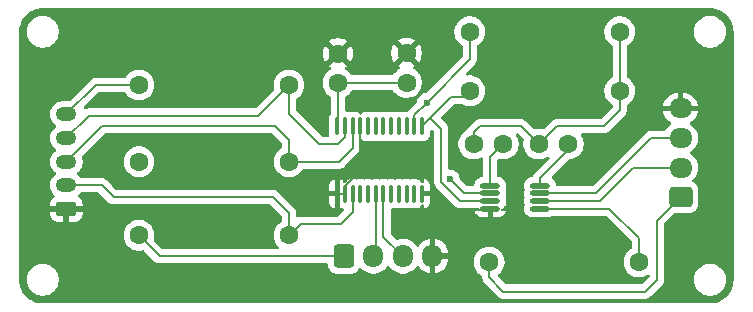
<source format=gbr>
%TF.GenerationSoftware,KiCad,Pcbnew,9.0.2*%
%TF.CreationDate,2025-07-11T15:27:11-07:00*%
%TF.ProjectId,I2C mux buffer,49324320-6d75-4782-9062-75666665722e,rev?*%
%TF.SameCoordinates,Original*%
%TF.FileFunction,Copper,L1,Top*%
%TF.FilePolarity,Positive*%
%FSLAX46Y46*%
G04 Gerber Fmt 4.6, Leading zero omitted, Abs format (unit mm)*
G04 Created by KiCad (PCBNEW 9.0.2) date 2025-07-11 15:27:11*
%MOMM*%
%LPD*%
G01*
G04 APERTURE LIST*
G04 Aperture macros list*
%AMRoundRect*
0 Rectangle with rounded corners*
0 $1 Rounding radius*
0 $2 $3 $4 $5 $6 $7 $8 $9 X,Y pos of 4 corners*
0 Add a 4 corners polygon primitive as box body*
4,1,4,$2,$3,$4,$5,$6,$7,$8,$9,$2,$3,0*
0 Add four circle primitives for the rounded corners*
1,1,$1+$1,$2,$3*
1,1,$1+$1,$4,$5*
1,1,$1+$1,$6,$7*
1,1,$1+$1,$8,$9*
0 Add four rect primitives between the rounded corners*
20,1,$1+$1,$2,$3,$4,$5,0*
20,1,$1+$1,$4,$5,$6,$7,0*
20,1,$1+$1,$6,$7,$8,$9,0*
20,1,$1+$1,$8,$9,$2,$3,0*%
G04 Aperture macros list end*
%TA.AperFunction,SMDPad,CuDef*%
%ADD10O,1.699999X0.449999*%
%TD*%
%TA.AperFunction,ComponentPad*%
%ADD11C,1.600000*%
%TD*%
%TA.AperFunction,ComponentPad*%
%ADD12RoundRect,0.250000X-0.600000X-0.725000X0.600000X-0.725000X0.600000X0.725000X-0.600000X0.725000X0*%
%TD*%
%TA.AperFunction,ComponentPad*%
%ADD13O,1.700000X1.950000*%
%TD*%
%TA.AperFunction,SMDPad,CuDef*%
%ADD14RoundRect,0.100000X0.100000X-0.637500X0.100000X0.637500X-0.100000X0.637500X-0.100000X-0.637500X0*%
%TD*%
%TA.AperFunction,ComponentPad*%
%ADD15RoundRect,0.250000X0.625000X-0.350000X0.625000X0.350000X-0.625000X0.350000X-0.625000X-0.350000X0*%
%TD*%
%TA.AperFunction,ComponentPad*%
%ADD16O,1.750000X1.200000*%
%TD*%
%TA.AperFunction,ComponentPad*%
%ADD17RoundRect,0.250000X0.725000X-0.600000X0.725000X0.600000X-0.725000X0.600000X-0.725000X-0.600000X0*%
%TD*%
%TA.AperFunction,ComponentPad*%
%ADD18O,1.950000X1.700000*%
%TD*%
%TA.AperFunction,ViaPad*%
%ADD19C,0.600000*%
%TD*%
%TA.AperFunction,Conductor*%
%ADD20C,0.200000*%
%TD*%
G04 APERTURE END LIST*
D10*
%TO.P,U2,1,VCCA*%
%TO.N,Net-(U2-VCCA)*%
X83900002Y-87524998D03*
%TO.P,U2,2,SCLA*%
%TO.N,Net-(U1-SC4)*%
X83900002Y-88174999D03*
%TO.P,U2,3,SDAA*%
%TO.N,Net-(U1-SD4)*%
X83900002Y-88824998D03*
%TO.P,U2,4,GND*%
%TO.N,GND*%
X83900002Y-89474999D03*
%TO.P,U2,5,EN*%
%TO.N,Net-(U2-EN)*%
X88100001Y-89474999D03*
%TO.P,U2,6,SDAB*%
%TO.N,Net-(J2-Pin_2)*%
X88100001Y-88824998D03*
%TO.P,U2,7,SCLB*%
%TO.N,Net-(J2-Pin_3)*%
X88100001Y-88174999D03*
%TO.P,U2,8,VCCB*%
%TO.N,Net-(U2-VCCB)*%
X88100001Y-87524998D03*
%TD*%
D11*
%TO.P,R6,1*%
%TO.N,Net-(U2-EN)*%
X96500000Y-94000000D03*
%TO.P,R6,2*%
%TO.N,+3V3*%
X83800000Y-94000000D03*
%TD*%
D12*
%TO.P,J1,1,Pin_1*%
%TO.N,+3V3*%
X71500000Y-93500000D03*
D13*
%TO.P,J1,2,Pin_2*%
%TO.N,Net-(J1-Pin_2)*%
X74000000Y-93500000D03*
%TO.P,J1,3,Pin_3*%
%TO.N,Net-(J1-Pin_3)*%
X76500000Y-93500000D03*
%TO.P,J1,4,Pin_4*%
%TO.N,GND*%
X79000000Y-93500000D03*
%TD*%
D11*
%TO.P,C3,1*%
%TO.N,+3V3*%
X71000000Y-78850000D03*
%TO.P,C3,2*%
%TO.N,GND*%
X71000000Y-76350000D03*
%TD*%
%TO.P,C4,1*%
%TO.N,+3V3*%
X76800000Y-78800000D03*
%TO.P,C4,2*%
%TO.N,GND*%
X76800000Y-76300000D03*
%TD*%
%TO.P,C1,1*%
%TO.N,+3V3*%
X88000000Y-84000000D03*
%TO.P,C1,2*%
%TO.N,Net-(U2-VCCB)*%
X90500000Y-84000000D03*
%TD*%
D14*
%TO.P,U1,1,A0*%
%TO.N,GND*%
X70950000Y-88225000D03*
%TO.P,U1,2,A1*%
X71600000Y-88225000D03*
%TO.P,U1,3,~{RESET}*%
%TO.N,Net-(J3-Pin_2)*%
X72250000Y-88225000D03*
%TO.P,U1,4,SD0*%
%TO.N,unconnected-(U1-SD0-Pad4)*%
X72900000Y-88225000D03*
%TO.P,U1,5,SC0*%
%TO.N,unconnected-(U1-SC0-Pad5)*%
X73550000Y-88225000D03*
%TO.P,U1,6,SD1*%
%TO.N,Net-(J1-Pin_2)*%
X74200000Y-88225000D03*
%TO.P,U1,7,SC1*%
%TO.N,Net-(J1-Pin_3)*%
X74850000Y-88225000D03*
%TO.P,U1,8,SD2*%
%TO.N,unconnected-(U1-SD2-Pad8)*%
X75500000Y-88225000D03*
%TO.P,U1,9,SC2*%
%TO.N,unconnected-(U1-SC2-Pad9)*%
X76150000Y-88225000D03*
%TO.P,U1,10,SD3*%
%TO.N,unconnected-(U1-SD3-Pad10)*%
X76800000Y-88225000D03*
%TO.P,U1,11,SC3*%
%TO.N,unconnected-(U1-SC3-Pad11)*%
X77450000Y-88225000D03*
%TO.P,U1,12,GND*%
%TO.N,GND*%
X78100000Y-88225000D03*
%TO.P,U1,13,SD4*%
%TO.N,Net-(U1-SD4)*%
X78100000Y-82500000D03*
%TO.P,U1,14,SC4*%
%TO.N,Net-(U1-SC4)*%
X77450000Y-82500000D03*
%TO.P,U1,15,SD5*%
%TO.N,unconnected-(U1-SD5-Pad15)*%
X76800000Y-82500000D03*
%TO.P,U1,16,SC5*%
%TO.N,unconnected-(U1-SC5-Pad16)*%
X76150000Y-82500000D03*
%TO.P,U1,17,SD6*%
%TO.N,unconnected-(U1-SD6-Pad17)*%
X75500000Y-82500000D03*
%TO.P,U1,18,SC6*%
%TO.N,unconnected-(U1-SC6-Pad18)*%
X74850000Y-82500000D03*
%TO.P,U1,19,SD7*%
%TO.N,unconnected-(U1-SD7-Pad19)*%
X74200000Y-82500000D03*
%TO.P,U1,20,SC7*%
%TO.N,unconnected-(U1-SC7-Pad20)*%
X73550000Y-82500000D03*
%TO.P,U1,21,A2*%
%TO.N,GND*%
X72900000Y-82500000D03*
%TO.P,U1,22,SCL*%
%TO.N,Net-(J3-Pin_3)*%
X72250000Y-82500000D03*
%TO.P,U1,23,SDA*%
%TO.N,Net-(J3-Pin_4)*%
X71600000Y-82500000D03*
%TO.P,U1,24,VCC*%
%TO.N,+3V3*%
X70950000Y-82500000D03*
%TD*%
D11*
%TO.P,R5,1*%
%TO.N,Net-(U1-SD4)*%
X82150000Y-79500000D03*
%TO.P,R5,2*%
%TO.N,+3V3*%
X94850000Y-79500000D03*
%TD*%
%TO.P,C2,1*%
%TO.N,+3V3*%
X82500000Y-84000000D03*
%TO.P,C2,2*%
%TO.N,Net-(U2-VCCA)*%
X85000000Y-84000000D03*
%TD*%
%TO.P,R2,1*%
%TO.N,+3V3*%
X54150000Y-79000000D03*
%TO.P,R2,2*%
%TO.N,Net-(J3-Pin_4)*%
X66850000Y-79000000D03*
%TD*%
%TO.P,R4,1*%
%TO.N,Net-(U1-SC4)*%
X82150000Y-74500000D03*
%TO.P,R4,2*%
%TO.N,+3V3*%
X94850000Y-74500000D03*
%TD*%
D15*
%TO.P,J3,1,Pin_1*%
%TO.N,GND*%
X48000000Y-89500000D03*
D16*
%TO.P,J3,2,Pin_2*%
%TO.N,Net-(J3-Pin_2)*%
X48000000Y-87500000D03*
%TO.P,J3,3,Pin_3*%
%TO.N,Net-(J3-Pin_3)*%
X48000000Y-85500000D03*
%TO.P,J3,4,Pin_4*%
%TO.N,Net-(J3-Pin_4)*%
X48000000Y-83500000D03*
%TO.P,J3,5,Pin_5*%
%TO.N,+3V3*%
X48000000Y-81500000D03*
%TD*%
D17*
%TO.P,J2,1,Pin_1*%
%TO.N,+3V3*%
X100000000Y-88500000D03*
D18*
%TO.P,J2,2,Pin_2*%
%TO.N,Net-(J2-Pin_2)*%
X100000000Y-86000000D03*
%TO.P,J2,3,Pin_3*%
%TO.N,Net-(J2-Pin_3)*%
X100000000Y-83500000D03*
%TO.P,J2,4,Pin_4*%
%TO.N,GND*%
X100000000Y-81000000D03*
%TD*%
D11*
%TO.P,R1,1*%
%TO.N,+3V3*%
X54150000Y-85500000D03*
%TO.P,R1,2*%
%TO.N,Net-(J3-Pin_3)*%
X66850000Y-85500000D03*
%TD*%
%TO.P,R3,1*%
%TO.N,+3V3*%
X54150000Y-91750000D03*
%TO.P,R3,2*%
%TO.N,Net-(J3-Pin_2)*%
X66850000Y-91750000D03*
%TD*%
D19*
%TO.N,Net-(U1-SC4)*%
X78500000Y-80500000D03*
X80500000Y-87000000D03*
%TD*%
D20*
%TO.N,GND*%
X72900000Y-86267630D02*
X71600000Y-87567630D01*
X72900000Y-82500000D02*
X72900000Y-86267630D01*
X71600000Y-87567630D02*
X71600000Y-88225000D01*
X70950000Y-88225000D02*
X71600000Y-88225000D01*
%TO.N,Net-(J3-Pin_2)*%
X67850000Y-90750000D02*
X71250000Y-90750000D01*
X71250000Y-90750000D02*
X72250000Y-89750000D01*
X72250000Y-89750000D02*
X72250000Y-88225000D01*
X66850000Y-91750000D02*
X67850000Y-90750000D01*
%TO.N,Net-(J3-Pin_3)*%
X65700000Y-82500000D02*
X66850000Y-83650000D01*
X66850000Y-83650000D02*
X66850000Y-85500000D01*
X51000000Y-82500000D02*
X65700000Y-82500000D01*
X48000000Y-85500000D02*
X51000000Y-82500000D01*
%TO.N,+3V3*%
X71050000Y-78800000D02*
X71000000Y-78850000D01*
X76800000Y-78800000D02*
X71050000Y-78800000D01*
X71000000Y-82450000D02*
X70950000Y-82500000D01*
X71000000Y-78850000D02*
X71000000Y-82450000D01*
%TO.N,Net-(J3-Pin_4)*%
X69400000Y-84000000D02*
X71000000Y-84000000D01*
X66850000Y-81450000D02*
X69400000Y-84000000D01*
X66850000Y-79000000D02*
X66850000Y-81450000D01*
X71000000Y-84000000D02*
X71600000Y-83400000D01*
X71600000Y-83400000D02*
X71600000Y-82500000D01*
%TO.N,Net-(J3-Pin_3)*%
X71100000Y-85500000D02*
X72250000Y-84350000D01*
X72250000Y-84350000D02*
X72250000Y-82500000D01*
X66850000Y-85500000D02*
X71100000Y-85500000D01*
%TO.N,Net-(J3-Pin_4)*%
X49900000Y-81600000D02*
X64250000Y-81600000D01*
X48000000Y-83500000D02*
X49900000Y-81600000D01*
X64250000Y-81600000D02*
X66850000Y-79000000D01*
%TO.N,+3V3*%
X97000000Y-96500000D02*
X98000000Y-95500000D01*
X83800000Y-94000000D02*
X83800000Y-95300000D01*
X82500000Y-83000000D02*
X82500000Y-84000000D01*
X85000000Y-96500000D02*
X97000000Y-96500000D01*
X100000000Y-88500000D02*
X98000000Y-90500000D01*
X83800000Y-95300000D02*
X85000000Y-96500000D01*
X94850000Y-81150000D02*
X94850000Y-80000000D01*
X88000000Y-84000000D02*
X86500000Y-82500000D01*
X98000000Y-90500000D02*
X98000000Y-95500000D01*
X94850000Y-80000000D02*
X94850000Y-74500000D01*
X56000000Y-93500000D02*
X71500000Y-93500000D01*
X83000000Y-82500000D02*
X82500000Y-83000000D01*
X55900000Y-93500000D02*
X56000000Y-93500000D01*
X54150000Y-91750000D02*
X55900000Y-93500000D01*
X50500000Y-79000000D02*
X52000000Y-79000000D01*
X93500000Y-82500000D02*
X94850000Y-81150000D01*
X48000000Y-81500000D02*
X50500000Y-79000000D01*
X89500000Y-82500000D02*
X93500000Y-82500000D01*
X52000000Y-79000000D02*
X54150000Y-79000000D01*
X88000000Y-84000000D02*
X89500000Y-82500000D01*
X86500000Y-82500000D02*
X83000000Y-82500000D01*
%TO.N,Net-(U2-VCCB)*%
X90500000Y-84000000D02*
X90500000Y-84500000D01*
X88100001Y-86899999D02*
X88100001Y-87524998D01*
X90500000Y-84500000D02*
X88100001Y-86899999D01*
%TO.N,Net-(U2-VCCA)*%
X83900002Y-85099998D02*
X85000000Y-84000000D01*
X83900002Y-87524998D02*
X83900002Y-85099998D01*
%TO.N,Net-(J1-Pin_3)*%
X76500000Y-93500000D02*
X74850000Y-91850000D01*
X74850000Y-91850000D02*
X74850000Y-88225000D01*
%TO.N,Net-(J1-Pin_2)*%
X74200000Y-93300000D02*
X74200000Y-88225000D01*
X74000000Y-93500000D02*
X74200000Y-93300000D01*
%TO.N,Net-(J2-Pin_2)*%
X93175002Y-88824998D02*
X88100001Y-88824998D01*
X100000000Y-86000000D02*
X96000000Y-86000000D01*
X96000000Y-86000000D02*
X93175002Y-88824998D01*
%TO.N,Net-(J2-Pin_3)*%
X88100001Y-88174999D02*
X92825001Y-88174999D01*
X97500000Y-83500000D02*
X92825001Y-88174999D01*
X100000000Y-83500000D02*
X97500000Y-83500000D01*
%TO.N,Net-(J3-Pin_2)*%
X52000000Y-88500000D02*
X65500000Y-88500000D01*
X65500000Y-88500000D02*
X66850000Y-89850000D01*
X48000000Y-87500000D02*
X51000000Y-87500000D01*
X66850000Y-89850000D02*
X66850000Y-91750000D01*
X51000000Y-87500000D02*
X52000000Y-88500000D01*
%TO.N,Net-(U2-EN)*%
X96500000Y-94000000D02*
X96500000Y-92000000D01*
X93974999Y-89474999D02*
X88100001Y-89474999D01*
X96500000Y-92000000D02*
X93974999Y-89474999D01*
%TO.N,Net-(U1-SC4)*%
X78500000Y-80500000D02*
X82150000Y-76850000D01*
X77450000Y-81550000D02*
X77450000Y-82500000D01*
X81674999Y-88174999D02*
X83900002Y-88174999D01*
X80500000Y-87000000D02*
X81674999Y-88174999D01*
X78500000Y-80500000D02*
X77450000Y-81550000D01*
X82150000Y-76850000D02*
X82150000Y-74500000D01*
%TO.N,Net-(U1-SD4)*%
X79750000Y-87250000D02*
X79750000Y-82750000D01*
X78100000Y-82500000D02*
X78800000Y-81800000D01*
X80600000Y-80000000D02*
X82150000Y-80000000D01*
X79750000Y-82750000D02*
X78800000Y-81800000D01*
X83900002Y-88824998D02*
X81324998Y-88824998D01*
X81324998Y-88824998D02*
X79750000Y-87250000D01*
X78800000Y-81800000D02*
X80600000Y-80000000D01*
%TD*%
%TA.AperFunction,Conductor*%
%TO.N,GND*%
G36*
X102504043Y-72500765D02*
G01*
X102752895Y-72517075D01*
X102768953Y-72519190D01*
X102976105Y-72560395D01*
X103009535Y-72567045D01*
X103025202Y-72571243D01*
X103194947Y-72628863D01*
X103257481Y-72650091D01*
X103272458Y-72656294D01*
X103481799Y-72759529D01*
X103492460Y-72764787D01*
X103506508Y-72772897D01*
X103710464Y-72909177D01*
X103723328Y-72919048D01*
X103907749Y-73080781D01*
X103919218Y-73092250D01*
X104056196Y-73248444D01*
X104080951Y-73276671D01*
X104090825Y-73289539D01*
X104227102Y-73493492D01*
X104235212Y-73507539D01*
X104343702Y-73727534D01*
X104349909Y-73742520D01*
X104428756Y-73974797D01*
X104432954Y-73990464D01*
X104480807Y-74231035D01*
X104482925Y-74247116D01*
X104499235Y-74495956D01*
X104499500Y-74504066D01*
X104499500Y-95495933D01*
X104499235Y-95504043D01*
X104482925Y-95752883D01*
X104480807Y-95768964D01*
X104432954Y-96009535D01*
X104428756Y-96025202D01*
X104349909Y-96257479D01*
X104343702Y-96272465D01*
X104235212Y-96492460D01*
X104227102Y-96506507D01*
X104090825Y-96710460D01*
X104080951Y-96723328D01*
X103919218Y-96907749D01*
X103907749Y-96919218D01*
X103723328Y-97080951D01*
X103710460Y-97090825D01*
X103506507Y-97227102D01*
X103492460Y-97235212D01*
X103272465Y-97343702D01*
X103257479Y-97349909D01*
X103025202Y-97428756D01*
X103009535Y-97432954D01*
X102768964Y-97480807D01*
X102752883Y-97482925D01*
X102504043Y-97499235D01*
X102495933Y-97499500D01*
X46004067Y-97499500D01*
X45995957Y-97499235D01*
X45747116Y-97482925D01*
X45731035Y-97480807D01*
X45490464Y-97432954D01*
X45474797Y-97428756D01*
X45242520Y-97349909D01*
X45227534Y-97343702D01*
X45007539Y-97235212D01*
X44993492Y-97227102D01*
X44789539Y-97090825D01*
X44776671Y-97080951D01*
X44719303Y-97030641D01*
X44592250Y-96919218D01*
X44580781Y-96907749D01*
X44443804Y-96751557D01*
X44419045Y-96723325D01*
X44409174Y-96710460D01*
X44272897Y-96506507D01*
X44264787Y-96492460D01*
X44158855Y-96277652D01*
X44156294Y-96272458D01*
X44150090Y-96257479D01*
X44071243Y-96025202D01*
X44067045Y-96009535D01*
X44059186Y-95970026D01*
X44019190Y-95768953D01*
X44017075Y-95752895D01*
X44000765Y-95504043D01*
X44000500Y-95495933D01*
X44000500Y-95393713D01*
X44649500Y-95393713D01*
X44649500Y-95606286D01*
X44678215Y-95787590D01*
X44682754Y-95816243D01*
X44732721Y-95970026D01*
X44748444Y-96018414D01*
X44844951Y-96207820D01*
X44969890Y-96379786D01*
X45120213Y-96530109D01*
X45292179Y-96655048D01*
X45292181Y-96655049D01*
X45292184Y-96655051D01*
X45481588Y-96751557D01*
X45683757Y-96817246D01*
X45893713Y-96850500D01*
X45893714Y-96850500D01*
X46106286Y-96850500D01*
X46106287Y-96850500D01*
X46316243Y-96817246D01*
X46518412Y-96751557D01*
X46707816Y-96655051D01*
X46729789Y-96639086D01*
X46879786Y-96530109D01*
X46879788Y-96530106D01*
X46879792Y-96530104D01*
X47030104Y-96379792D01*
X47030106Y-96379788D01*
X47030109Y-96379786D01*
X47155048Y-96207820D01*
X47155047Y-96207820D01*
X47155051Y-96207816D01*
X47251557Y-96018412D01*
X47317246Y-95816243D01*
X47350500Y-95606287D01*
X47350500Y-95393713D01*
X47317246Y-95183757D01*
X47251557Y-94981588D01*
X47155051Y-94792184D01*
X47155049Y-94792181D01*
X47155048Y-94792179D01*
X47030109Y-94620213D01*
X46879786Y-94469890D01*
X46707820Y-94344951D01*
X46518414Y-94248444D01*
X46518413Y-94248443D01*
X46518412Y-94248443D01*
X46316243Y-94182754D01*
X46316241Y-94182753D01*
X46316240Y-94182753D01*
X46154957Y-94157208D01*
X46106287Y-94149500D01*
X45893713Y-94149500D01*
X45845042Y-94157208D01*
X45683760Y-94182753D01*
X45481585Y-94248444D01*
X45292179Y-94344951D01*
X45120213Y-94469890D01*
X44969890Y-94620213D01*
X44844951Y-94792179D01*
X44748444Y-94981585D01*
X44682753Y-95183760D01*
X44649500Y-95393713D01*
X44000500Y-95393713D01*
X44000500Y-81413389D01*
X46624500Y-81413389D01*
X46624500Y-81586611D01*
X46651598Y-81757701D01*
X46705127Y-81922445D01*
X46783768Y-82076788D01*
X46885586Y-82216928D01*
X47008072Y-82339414D01*
X47022653Y-82350008D01*
X47091023Y-82399683D01*
X47133689Y-82455013D01*
X47139667Y-82524626D01*
X47107061Y-82586421D01*
X47091023Y-82600317D01*
X47008078Y-82660581D01*
X47008069Y-82660588D01*
X46885588Y-82783069D01*
X46885588Y-82783070D01*
X46885586Y-82783072D01*
X46878966Y-82792184D01*
X46783768Y-82923211D01*
X46705128Y-83077552D01*
X46651597Y-83242302D01*
X46629692Y-83380607D01*
X46624500Y-83413389D01*
X46624500Y-83586611D01*
X46624819Y-83588623D01*
X46648645Y-83739060D01*
X46651598Y-83757701D01*
X46705127Y-83922445D01*
X46783768Y-84076788D01*
X46885586Y-84216928D01*
X47008072Y-84339414D01*
X47008078Y-84339418D01*
X47091023Y-84399683D01*
X47133689Y-84455013D01*
X47139667Y-84524626D01*
X47107061Y-84586421D01*
X47091023Y-84600317D01*
X47008078Y-84660581D01*
X47008069Y-84660588D01*
X46885588Y-84783069D01*
X46885588Y-84783070D01*
X46885586Y-84783072D01*
X46884965Y-84783927D01*
X46783768Y-84923211D01*
X46705128Y-85077552D01*
X46651597Y-85242302D01*
X46629378Y-85382591D01*
X46624500Y-85413389D01*
X46624500Y-85586611D01*
X46651598Y-85757701D01*
X46705127Y-85922445D01*
X46783768Y-86076788D01*
X46885586Y-86216928D01*
X47008072Y-86339414D01*
X47018815Y-86347219D01*
X47091023Y-86399683D01*
X47133689Y-86455013D01*
X47139667Y-86524626D01*
X47107061Y-86586421D01*
X47091023Y-86600317D01*
X47008078Y-86660581D01*
X47008069Y-86660588D01*
X46885588Y-86783069D01*
X46885588Y-86783070D01*
X46885586Y-86783072D01*
X46872924Y-86800500D01*
X46783768Y-86923211D01*
X46705128Y-87077552D01*
X46651597Y-87242302D01*
X46624500Y-87413389D01*
X46624500Y-87586610D01*
X46649934Y-87747200D01*
X46651598Y-87757701D01*
X46705127Y-87922445D01*
X46783768Y-88076788D01*
X46885586Y-88216928D01*
X46885588Y-88216930D01*
X46993491Y-88324833D01*
X47026976Y-88386156D01*
X47021992Y-88455848D01*
X46980120Y-88511781D01*
X46970907Y-88518053D01*
X46906654Y-88557684D01*
X46782684Y-88681654D01*
X46690643Y-88830875D01*
X46690641Y-88830880D01*
X46635494Y-88997302D01*
X46635493Y-88997309D01*
X46625000Y-89100013D01*
X46625000Y-89250000D01*
X47719670Y-89250000D01*
X47699925Y-89269745D01*
X47650556Y-89355255D01*
X47625000Y-89450630D01*
X47625000Y-89549370D01*
X47650556Y-89644745D01*
X47699925Y-89730255D01*
X47719670Y-89750000D01*
X46625001Y-89750000D01*
X46625001Y-89899986D01*
X46635494Y-90002697D01*
X46690641Y-90169119D01*
X46690643Y-90169124D01*
X46782684Y-90318345D01*
X46906654Y-90442315D01*
X47055875Y-90534356D01*
X47055880Y-90534358D01*
X47222302Y-90589505D01*
X47222309Y-90589506D01*
X47325019Y-90599999D01*
X47749999Y-90599999D01*
X47750000Y-90599998D01*
X47750000Y-89780330D01*
X47769745Y-89800075D01*
X47855255Y-89849444D01*
X47950630Y-89875000D01*
X48049370Y-89875000D01*
X48144745Y-89849444D01*
X48230255Y-89800075D01*
X48250000Y-89780330D01*
X48250000Y-90599999D01*
X48674972Y-90599999D01*
X48674986Y-90599998D01*
X48777697Y-90589505D01*
X48944119Y-90534358D01*
X48944124Y-90534356D01*
X49093345Y-90442315D01*
X49217315Y-90318345D01*
X49309356Y-90169124D01*
X49309358Y-90169119D01*
X49364505Y-90002697D01*
X49364506Y-90002690D01*
X49374999Y-89899986D01*
X49375000Y-89899973D01*
X49375000Y-89750000D01*
X48280330Y-89750000D01*
X48300075Y-89730255D01*
X48349444Y-89644745D01*
X48375000Y-89549370D01*
X48375000Y-89450630D01*
X48349444Y-89355255D01*
X48300075Y-89269745D01*
X48280330Y-89250000D01*
X49374999Y-89250000D01*
X49374999Y-89100028D01*
X49374998Y-89100013D01*
X49364505Y-88997302D01*
X49309358Y-88830880D01*
X49309356Y-88830875D01*
X49217315Y-88681654D01*
X49093343Y-88557682D01*
X49029093Y-88518053D01*
X48982368Y-88466105D01*
X48971145Y-88397143D01*
X48998988Y-88333061D01*
X49006486Y-88324855D01*
X49114414Y-88216928D01*
X49161868Y-88151613D01*
X49217197Y-88108949D01*
X49262185Y-88100500D01*
X50699903Y-88100500D01*
X50766942Y-88120185D01*
X50787583Y-88136818D01*
X51631284Y-88980520D01*
X51631286Y-88980521D01*
X51631290Y-88980524D01*
X51728449Y-89036618D01*
X51768216Y-89059577D01*
X51920943Y-89100501D01*
X51920945Y-89100501D01*
X52086654Y-89100501D01*
X52086670Y-89100500D01*
X65199903Y-89100500D01*
X65266942Y-89120185D01*
X65287584Y-89136819D01*
X66213181Y-90062416D01*
X66246666Y-90123739D01*
X66249500Y-90150097D01*
X66249500Y-90520397D01*
X66229815Y-90587436D01*
X66181800Y-90630879D01*
X66168389Y-90637712D01*
X66002786Y-90758028D01*
X65858028Y-90902786D01*
X65737715Y-91068386D01*
X65644781Y-91250776D01*
X65581522Y-91445465D01*
X65549500Y-91647648D01*
X65549500Y-91852351D01*
X65581522Y-92054534D01*
X65644781Y-92249223D01*
X65737715Y-92431613D01*
X65858028Y-92597213D01*
X65948634Y-92687819D01*
X65982119Y-92749142D01*
X65977135Y-92818834D01*
X65935263Y-92874767D01*
X65869799Y-92899184D01*
X65860953Y-92899500D01*
X56200098Y-92899500D01*
X56133059Y-92879815D01*
X56112417Y-92863181D01*
X55444077Y-92194841D01*
X55410592Y-92133518D01*
X55413827Y-92068842D01*
X55418477Y-92054534D01*
X55450500Y-91852352D01*
X55450500Y-91647648D01*
X55439193Y-91576261D01*
X55418477Y-91445465D01*
X55361296Y-91269481D01*
X55355220Y-91250781D01*
X55355218Y-91250778D01*
X55355218Y-91250776D01*
X55287929Y-91118716D01*
X55262287Y-91068390D01*
X55254556Y-91057749D01*
X55141971Y-90902786D01*
X54997213Y-90758028D01*
X54831613Y-90637715D01*
X54831612Y-90637714D01*
X54831610Y-90637713D01*
X54757592Y-90599999D01*
X54649223Y-90544781D01*
X54454534Y-90481522D01*
X54279995Y-90453878D01*
X54252352Y-90449500D01*
X54047648Y-90449500D01*
X54023329Y-90453351D01*
X53845465Y-90481522D01*
X53650776Y-90544781D01*
X53468386Y-90637715D01*
X53302786Y-90758028D01*
X53158028Y-90902786D01*
X53037715Y-91068386D01*
X52944781Y-91250776D01*
X52881522Y-91445465D01*
X52849500Y-91647648D01*
X52849500Y-91852351D01*
X52881522Y-92054534D01*
X52944781Y-92249223D01*
X53037715Y-92431613D01*
X53158028Y-92597213D01*
X53302786Y-92741971D01*
X53455746Y-92853101D01*
X53468390Y-92862287D01*
X53584360Y-92921377D01*
X53650776Y-92955218D01*
X53650778Y-92955218D01*
X53650781Y-92955220D01*
X53755137Y-92989127D01*
X53845465Y-93018477D01*
X53946557Y-93034488D01*
X54047648Y-93050500D01*
X54047649Y-93050500D01*
X54252351Y-93050500D01*
X54252352Y-93050500D01*
X54454534Y-93018477D01*
X54468842Y-93013827D01*
X54538679Y-93011831D01*
X54594841Y-93044077D01*
X55531284Y-93980520D01*
X55531286Y-93980521D01*
X55531290Y-93980524D01*
X55668209Y-94059573D01*
X55668216Y-94059577D01*
X55820943Y-94100501D01*
X55820945Y-94100501D01*
X55986654Y-94100501D01*
X55986670Y-94100500D01*
X70025501Y-94100500D01*
X70092540Y-94120185D01*
X70138295Y-94172989D01*
X70149501Y-94224500D01*
X70149501Y-94275018D01*
X70160000Y-94377796D01*
X70160001Y-94377799D01*
X70205894Y-94516294D01*
X70215186Y-94544334D01*
X70307288Y-94693656D01*
X70431344Y-94817712D01*
X70580666Y-94909814D01*
X70747203Y-94964999D01*
X70849991Y-94975500D01*
X72150008Y-94975499D01*
X72252797Y-94964999D01*
X72419334Y-94909814D01*
X72568656Y-94817712D01*
X72692712Y-94693656D01*
X72784814Y-94544334D01*
X72784814Y-94544331D01*
X72788178Y-94538879D01*
X72840126Y-94492154D01*
X72909088Y-94480931D01*
X72973170Y-94508774D01*
X72981398Y-94516294D01*
X73120213Y-94655109D01*
X73292179Y-94780048D01*
X73292181Y-94780049D01*
X73292184Y-94780051D01*
X73481588Y-94876557D01*
X73683757Y-94942246D01*
X73893713Y-94975500D01*
X73893714Y-94975500D01*
X74106286Y-94975500D01*
X74106287Y-94975500D01*
X74316243Y-94942246D01*
X74518412Y-94876557D01*
X74707816Y-94780051D01*
X74729789Y-94764086D01*
X74879786Y-94655109D01*
X74879788Y-94655106D01*
X74879792Y-94655104D01*
X75030104Y-94504792D01*
X75149683Y-94340204D01*
X75205011Y-94297540D01*
X75274624Y-94291561D01*
X75336420Y-94324166D01*
X75350313Y-94340199D01*
X75444543Y-94469896D01*
X75469896Y-94504792D01*
X75620213Y-94655109D01*
X75792179Y-94780048D01*
X75792181Y-94780049D01*
X75792184Y-94780051D01*
X75981588Y-94876557D01*
X76183757Y-94942246D01*
X76393713Y-94975500D01*
X76393714Y-94975500D01*
X76606286Y-94975500D01*
X76606287Y-94975500D01*
X76816243Y-94942246D01*
X77018412Y-94876557D01*
X77207816Y-94780051D01*
X77229789Y-94764086D01*
X77379786Y-94655109D01*
X77379788Y-94655106D01*
X77379792Y-94655104D01*
X77530104Y-94504792D01*
X77649991Y-94339779D01*
X77705320Y-94297115D01*
X77774933Y-94291136D01*
X77836729Y-94323741D01*
X77850627Y-94339781D01*
X77970272Y-94504459D01*
X77970276Y-94504464D01*
X78120535Y-94654723D01*
X78120540Y-94654727D01*
X78292442Y-94779620D01*
X78481782Y-94876095D01*
X78683871Y-94941757D01*
X78750000Y-94952231D01*
X78750000Y-93904145D01*
X78816657Y-93942630D01*
X78937465Y-93975000D01*
X79062535Y-93975000D01*
X79183343Y-93942630D01*
X79250000Y-93904145D01*
X79250000Y-94952230D01*
X79316126Y-94941757D01*
X79316129Y-94941757D01*
X79518217Y-94876095D01*
X79707557Y-94779620D01*
X79879459Y-94654727D01*
X79879464Y-94654723D01*
X80029723Y-94504464D01*
X80029727Y-94504459D01*
X80154620Y-94332557D01*
X80251095Y-94143217D01*
X80316757Y-93941130D01*
X80316757Y-93941127D01*
X80347030Y-93750000D01*
X79404146Y-93750000D01*
X79442630Y-93683343D01*
X79475000Y-93562535D01*
X79475000Y-93437465D01*
X79442630Y-93316657D01*
X79404146Y-93250000D01*
X80347030Y-93250000D01*
X80316757Y-93058872D01*
X80316757Y-93058869D01*
X80251095Y-92856782D01*
X80154620Y-92667442D01*
X80029727Y-92495540D01*
X80029723Y-92495535D01*
X79879464Y-92345276D01*
X79879459Y-92345272D01*
X79707557Y-92220379D01*
X79518215Y-92123903D01*
X79316124Y-92058241D01*
X79250000Y-92047768D01*
X79250000Y-93095854D01*
X79183343Y-93057370D01*
X79062535Y-93025000D01*
X78937465Y-93025000D01*
X78816657Y-93057370D01*
X78750000Y-93095854D01*
X78750000Y-92047768D01*
X78749999Y-92047768D01*
X78683875Y-92058241D01*
X78481784Y-92123903D01*
X78292442Y-92220379D01*
X78120540Y-92345272D01*
X78120535Y-92345276D01*
X77970276Y-92495535D01*
X77970272Y-92495540D01*
X77850627Y-92660218D01*
X77795297Y-92702884D01*
X77725684Y-92708863D01*
X77663889Y-92676257D01*
X77649991Y-92660218D01*
X77530109Y-92495214D01*
X77530105Y-92495209D01*
X77379786Y-92344890D01*
X77207820Y-92219951D01*
X77018414Y-92123444D01*
X77018413Y-92123443D01*
X77018412Y-92123443D01*
X76816243Y-92057754D01*
X76816241Y-92057753D01*
X76816240Y-92057753D01*
X76654957Y-92032208D01*
X76606287Y-92024500D01*
X76393713Y-92024500D01*
X76345042Y-92032208D01*
X76183760Y-92057753D01*
X76183757Y-92057754D01*
X76047129Y-92102147D01*
X75977290Y-92104142D01*
X75921132Y-92071897D01*
X75486819Y-91637584D01*
X75453334Y-91576261D01*
X75450500Y-91549903D01*
X75450500Y-89586999D01*
X75470185Y-89519960D01*
X75522989Y-89474205D01*
X75574500Y-89462999D01*
X75639362Y-89462999D01*
X75661520Y-89460081D01*
X75756762Y-89447544D01*
X75777545Y-89438934D01*
X75847014Y-89431465D01*
X75872453Y-89438934D01*
X75893238Y-89447544D01*
X76010639Y-89463000D01*
X76289360Y-89462999D01*
X76289361Y-89462999D01*
X76301594Y-89461388D01*
X76406762Y-89447544D01*
X76427545Y-89438934D01*
X76497014Y-89431465D01*
X76522453Y-89438934D01*
X76543238Y-89447544D01*
X76660639Y-89463000D01*
X76939360Y-89462999D01*
X76939361Y-89462999D01*
X76951594Y-89461388D01*
X77056762Y-89447544D01*
X77077545Y-89438934D01*
X77147014Y-89431465D01*
X77172453Y-89438934D01*
X77193238Y-89447544D01*
X77310639Y-89463000D01*
X77589360Y-89462999D01*
X77589361Y-89462999D01*
X77603018Y-89461201D01*
X77706762Y-89447544D01*
X77728200Y-89438663D01*
X77797668Y-89431194D01*
X77823106Y-89438663D01*
X77843365Y-89447054D01*
X77843377Y-89447058D01*
X77899998Y-89454511D01*
X77900000Y-89454510D01*
X77900000Y-89411999D01*
X77919685Y-89344960D01*
X77930338Y-89330738D01*
X77938558Y-89321262D01*
X77978282Y-89290782D01*
X78074536Y-89165341D01*
X78075175Y-89163796D01*
X78082338Y-89155541D01*
X78108729Y-89138603D01*
X78134052Y-89120113D01*
X78137896Y-89119883D01*
X78141139Y-89117803D01*
X78172496Y-89117822D01*
X78203798Y-89115958D01*
X78207157Y-89117844D01*
X78211009Y-89117847D01*
X78237371Y-89134812D01*
X78264718Y-89150170D01*
X78266524Y-89153573D01*
X78269763Y-89155658D01*
X78282771Y-89184187D01*
X78297471Y-89211887D01*
X78298063Y-89217728D01*
X78298749Y-89219231D01*
X78298436Y-89221396D01*
X78300000Y-89236802D01*
X78300000Y-89454510D01*
X78300001Y-89454511D01*
X78356627Y-89447057D01*
X78356633Y-89447055D01*
X78502585Y-89386600D01*
X78627924Y-89290424D01*
X78724100Y-89165086D01*
X78784554Y-89019134D01*
X78784555Y-89019130D01*
X78799999Y-88901830D01*
X78800000Y-88901816D01*
X78800000Y-88425000D01*
X78274500Y-88425000D01*
X78265814Y-88422449D01*
X78256854Y-88423738D01*
X78232815Y-88412759D01*
X78207461Y-88405315D01*
X78201533Y-88398473D01*
X78193298Y-88394713D01*
X78179009Y-88372479D01*
X78161706Y-88352511D01*
X78159418Y-88341997D01*
X78155523Y-88335936D01*
X78150500Y-88301001D01*
X78150499Y-88149001D01*
X78170183Y-88081961D01*
X78222987Y-88036206D01*
X78274499Y-88025000D01*
X78799999Y-88025000D01*
X78799999Y-87548175D01*
X78784557Y-87430871D01*
X78784555Y-87430866D01*
X78724100Y-87284914D01*
X78627924Y-87159575D01*
X78502586Y-87063399D01*
X78356631Y-87002944D01*
X78300000Y-86995487D01*
X78300000Y-87213197D01*
X78292565Y-87238515D01*
X78288826Y-87264639D01*
X78282876Y-87271514D01*
X78280315Y-87280236D01*
X78260375Y-87297513D01*
X78243104Y-87317471D01*
X78234380Y-87320038D01*
X78227511Y-87325991D01*
X78201393Y-87329746D01*
X78176077Y-87337197D01*
X78167352Y-87334641D01*
X78158353Y-87335935D01*
X78134348Y-87324972D01*
X78109025Y-87317554D01*
X78100064Y-87309315D01*
X78094797Y-87306910D01*
X78082337Y-87294458D01*
X78075176Y-87286204D01*
X78074536Y-87284659D01*
X77978282Y-87159218D01*
X77938560Y-87128738D01*
X77930337Y-87119260D01*
X77920811Y-87098435D01*
X77907310Y-87079944D01*
X77904206Y-87062134D01*
X77901273Y-87055722D01*
X77902091Y-87050001D01*
X77900000Y-87037999D01*
X77900000Y-86995487D01*
X77843370Y-87002943D01*
X77823103Y-87011338D01*
X77753633Y-87018804D01*
X77728203Y-87011337D01*
X77706762Y-87002456D01*
X77706760Y-87002455D01*
X77589361Y-86987000D01*
X77310636Y-86987000D01*
X77193246Y-87002453D01*
X77193234Y-87002457D01*
X77172450Y-87011066D01*
X77102981Y-87018533D01*
X77077550Y-87011066D01*
X77056765Y-87002457D01*
X77056760Y-87002455D01*
X76939361Y-86987000D01*
X76660636Y-86987000D01*
X76543246Y-87002453D01*
X76543234Y-87002457D01*
X76522450Y-87011066D01*
X76452981Y-87018533D01*
X76427550Y-87011066D01*
X76406765Y-87002457D01*
X76406760Y-87002455D01*
X76289361Y-86987000D01*
X76010636Y-86987000D01*
X75893246Y-87002453D01*
X75893234Y-87002457D01*
X75872450Y-87011066D01*
X75802981Y-87018533D01*
X75777550Y-87011066D01*
X75756765Y-87002457D01*
X75756760Y-87002455D01*
X75639361Y-86987000D01*
X75360636Y-86987000D01*
X75243246Y-87002453D01*
X75243234Y-87002457D01*
X75222450Y-87011066D01*
X75152981Y-87018533D01*
X75127550Y-87011066D01*
X75106765Y-87002457D01*
X75106760Y-87002455D01*
X74989361Y-86987000D01*
X74710636Y-86987000D01*
X74593246Y-87002453D01*
X74593234Y-87002457D01*
X74572450Y-87011066D01*
X74502981Y-87018533D01*
X74477550Y-87011066D01*
X74456765Y-87002457D01*
X74456760Y-87002455D01*
X74339361Y-86987000D01*
X74060636Y-86987000D01*
X73943246Y-87002453D01*
X73943234Y-87002457D01*
X73922450Y-87011066D01*
X73852981Y-87018533D01*
X73827550Y-87011066D01*
X73806765Y-87002457D01*
X73806760Y-87002455D01*
X73689361Y-86987000D01*
X73410636Y-86987000D01*
X73293246Y-87002453D01*
X73293234Y-87002457D01*
X73272450Y-87011066D01*
X73202981Y-87018533D01*
X73177550Y-87011066D01*
X73156765Y-87002457D01*
X73156760Y-87002455D01*
X73039361Y-86987000D01*
X72760636Y-86987000D01*
X72643246Y-87002453D01*
X72643234Y-87002457D01*
X72622450Y-87011066D01*
X72552981Y-87018533D01*
X72527550Y-87011066D01*
X72506765Y-87002457D01*
X72506760Y-87002455D01*
X72389361Y-86987000D01*
X72110636Y-86987000D01*
X71993241Y-87002454D01*
X71993239Y-87002455D01*
X71971796Y-87011337D01*
X71902327Y-87018804D01*
X71876895Y-87011337D01*
X71856631Y-87002944D01*
X71800000Y-86995487D01*
X71800000Y-87037999D01*
X71780315Y-87105038D01*
X71769663Y-87119260D01*
X71761439Y-87128738D01*
X71721718Y-87159218D01*
X71625464Y-87284659D01*
X71624823Y-87286204D01*
X71617663Y-87294458D01*
X71591271Y-87311395D01*
X71565948Y-87329886D01*
X71562103Y-87330115D01*
X71558861Y-87332196D01*
X71527503Y-87332176D01*
X71496202Y-87334041D01*
X71492842Y-87332154D01*
X71488991Y-87332152D01*
X71462627Y-87315185D01*
X71435281Y-87299829D01*
X71433474Y-87296425D01*
X71430237Y-87294342D01*
X71417228Y-87265810D01*
X71402529Y-87238111D01*
X71401936Y-87232270D01*
X71401251Y-87230768D01*
X71401563Y-87228602D01*
X71400000Y-87213197D01*
X71400000Y-86995487D01*
X71343370Y-87002943D01*
X71322449Y-87011609D01*
X71252980Y-87019075D01*
X71227551Y-87011609D01*
X71206629Y-87002943D01*
X71150000Y-86995487D01*
X71150000Y-89454510D01*
X71150001Y-89454511D01*
X71206622Y-89447058D01*
X71206627Y-89447056D01*
X71227545Y-89438392D01*
X71297014Y-89430923D01*
X71301122Y-89431736D01*
X71422429Y-89457878D01*
X71448865Y-89472246D01*
X71476388Y-89484422D01*
X71479250Y-89488762D01*
X71483817Y-89491244D01*
X71498289Y-89517625D01*
X71514859Y-89542747D01*
X71514920Y-89547944D01*
X71517421Y-89552502D01*
X71515332Y-89582527D01*
X71515690Y-89612612D01*
X71512908Y-89617363D01*
X71512572Y-89622203D01*
X71500960Y-89637776D01*
X71483987Y-89666776D01*
X71037584Y-90113181D01*
X70976261Y-90146666D01*
X70949903Y-90149500D01*
X67936670Y-90149500D01*
X67936654Y-90149499D01*
X67929058Y-90149499D01*
X67770943Y-90149499D01*
X67618216Y-90190423D01*
X67618214Y-90190424D01*
X67610366Y-90192527D01*
X67609739Y-90190190D01*
X67552472Y-90196342D01*
X67489996Y-90165061D01*
X67454349Y-90104969D01*
X67450500Y-90074314D01*
X67450500Y-89770946D01*
X67450500Y-89770943D01*
X67433309Y-89706783D01*
X67409577Y-89618215D01*
X67380639Y-89568095D01*
X67330520Y-89481284D01*
X67218716Y-89369480D01*
X67218715Y-89369479D01*
X67214385Y-89365149D01*
X67214374Y-89365139D01*
X66751059Y-88901824D01*
X70250001Y-88901824D01*
X70265442Y-89019128D01*
X70265444Y-89019133D01*
X70325899Y-89165085D01*
X70422075Y-89290424D01*
X70547414Y-89386600D01*
X70693366Y-89447055D01*
X70693372Y-89447057D01*
X70749998Y-89454511D01*
X70750000Y-89454510D01*
X70750000Y-88425000D01*
X70250001Y-88425000D01*
X70250001Y-88901824D01*
X66751059Y-88901824D01*
X65987590Y-88138355D01*
X65987588Y-88138352D01*
X65868717Y-88019481D01*
X65868716Y-88019480D01*
X65781904Y-87969360D01*
X65781904Y-87969359D01*
X65781900Y-87969358D01*
X65731785Y-87940423D01*
X65579057Y-87899499D01*
X65420943Y-87899499D01*
X65413347Y-87899499D01*
X65413331Y-87899500D01*
X52300098Y-87899500D01*
X52233059Y-87879815D01*
X52212417Y-87863181D01*
X51981035Y-87631799D01*
X51897405Y-87548169D01*
X70250000Y-87548169D01*
X70250000Y-88025000D01*
X70750000Y-88025000D01*
X70750000Y-86995487D01*
X70693368Y-87002944D01*
X70547413Y-87063399D01*
X70422075Y-87159575D01*
X70325899Y-87284913D01*
X70265445Y-87430865D01*
X70265444Y-87430869D01*
X70250000Y-87548169D01*
X51897405Y-87548169D01*
X51487590Y-87138355D01*
X51487588Y-87138352D01*
X51368717Y-87019481D01*
X51368716Y-87019480D01*
X51268232Y-86961466D01*
X51231785Y-86940423D01*
X51079057Y-86899499D01*
X50920943Y-86899499D01*
X50913347Y-86899499D01*
X50913331Y-86899500D01*
X49262185Y-86899500D01*
X49195146Y-86879815D01*
X49161867Y-86848386D01*
X49146606Y-86827381D01*
X49114414Y-86783072D01*
X48991928Y-86660586D01*
X48908975Y-86600317D01*
X48866311Y-86544988D01*
X48860332Y-86475374D01*
X48892938Y-86413579D01*
X48908976Y-86399682D01*
X48991928Y-86339414D01*
X49114414Y-86216928D01*
X49216232Y-86076788D01*
X49294873Y-85922445D01*
X49348402Y-85757701D01*
X49375500Y-85586611D01*
X49375500Y-85413389D01*
X49373007Y-85397648D01*
X52849500Y-85397648D01*
X52849500Y-85602351D01*
X52881522Y-85804534D01*
X52944781Y-85999223D01*
X52983647Y-86075500D01*
X53036798Y-86179815D01*
X53037715Y-86181613D01*
X53158028Y-86347213D01*
X53302786Y-86491971D01*
X53432788Y-86586421D01*
X53468390Y-86612287D01*
X53563182Y-86660586D01*
X53650776Y-86705218D01*
X53650778Y-86705218D01*
X53650781Y-86705220D01*
X53741136Y-86734578D01*
X53845465Y-86768477D01*
X53937595Y-86783069D01*
X54047648Y-86800500D01*
X54047649Y-86800500D01*
X54252351Y-86800500D01*
X54252352Y-86800500D01*
X54454534Y-86768477D01*
X54649219Y-86705220D01*
X54831610Y-86612287D01*
X54924590Y-86544732D01*
X54997213Y-86491971D01*
X54997215Y-86491968D01*
X54997219Y-86491966D01*
X55141966Y-86347219D01*
X55141968Y-86347215D01*
X55141971Y-86347213D01*
X55226938Y-86230264D01*
X55262287Y-86181610D01*
X55355220Y-85999219D01*
X55418477Y-85804534D01*
X55450500Y-85602352D01*
X55450500Y-85397648D01*
X55446225Y-85370654D01*
X55418477Y-85195465D01*
X55380164Y-85077552D01*
X55355220Y-85000781D01*
X55355218Y-85000778D01*
X55355218Y-85000776D01*
X55321503Y-84934607D01*
X55262287Y-84818390D01*
X55245285Y-84794989D01*
X55141971Y-84652786D01*
X54997213Y-84508028D01*
X54831613Y-84387715D01*
X54831612Y-84387714D01*
X54831610Y-84387713D01*
X54774653Y-84358691D01*
X54649223Y-84294781D01*
X54454534Y-84231522D01*
X54279995Y-84203878D01*
X54252352Y-84199500D01*
X54047648Y-84199500D01*
X54023329Y-84203351D01*
X53845465Y-84231522D01*
X53650776Y-84294781D01*
X53468386Y-84387715D01*
X53302786Y-84508028D01*
X53158028Y-84652786D01*
X53037715Y-84818386D01*
X52944781Y-85000776D01*
X52881522Y-85195465D01*
X52849500Y-85397648D01*
X49373007Y-85397648D01*
X49351812Y-85263828D01*
X49348403Y-85242303D01*
X49348402Y-85242301D01*
X49348402Y-85242299D01*
X49312665Y-85132315D01*
X49310671Y-85062475D01*
X49342914Y-85006319D01*
X51212417Y-83136819D01*
X51273740Y-83103334D01*
X51300098Y-83100500D01*
X65399903Y-83100500D01*
X65466942Y-83120185D01*
X65487584Y-83136819D01*
X66213181Y-83862416D01*
X66246666Y-83923739D01*
X66249500Y-83950097D01*
X66249500Y-84270397D01*
X66229815Y-84337436D01*
X66181800Y-84380879D01*
X66168389Y-84387712D01*
X66002786Y-84508028D01*
X65858028Y-84652786D01*
X65737715Y-84818386D01*
X65644781Y-85000776D01*
X65581522Y-85195465D01*
X65549500Y-85397648D01*
X65549500Y-85602351D01*
X65581522Y-85804534D01*
X65644781Y-85999223D01*
X65683647Y-86075500D01*
X65736798Y-86179815D01*
X65737715Y-86181613D01*
X65858028Y-86347213D01*
X66002786Y-86491971D01*
X66132788Y-86586421D01*
X66168390Y-86612287D01*
X66263182Y-86660586D01*
X66350776Y-86705218D01*
X66350778Y-86705218D01*
X66350781Y-86705220D01*
X66441136Y-86734578D01*
X66545465Y-86768477D01*
X66637595Y-86783069D01*
X66747648Y-86800500D01*
X66747649Y-86800500D01*
X66952351Y-86800500D01*
X66952352Y-86800500D01*
X67154534Y-86768477D01*
X67349219Y-86705220D01*
X67531610Y-86612287D01*
X67624590Y-86544732D01*
X67697213Y-86491971D01*
X67697215Y-86491968D01*
X67697219Y-86491966D01*
X67841966Y-86347219D01*
X67841968Y-86347215D01*
X67841971Y-86347213D01*
X67962284Y-86181614D01*
X67962285Y-86181613D01*
X67962287Y-86181610D01*
X67969117Y-86168204D01*
X68017091Y-86117409D01*
X68079602Y-86100500D01*
X71013331Y-86100500D01*
X71013347Y-86100501D01*
X71020943Y-86100501D01*
X71179054Y-86100501D01*
X71179057Y-86100501D01*
X71331785Y-86059577D01*
X71381904Y-86030639D01*
X71468716Y-85980520D01*
X71580520Y-85868716D01*
X71580520Y-85868714D01*
X71590728Y-85858507D01*
X71590729Y-85858504D01*
X72730520Y-84718716D01*
X72809577Y-84581784D01*
X72850501Y-84429057D01*
X72850501Y-84270942D01*
X72850501Y-84263347D01*
X72850500Y-84263329D01*
X72850500Y-83685848D01*
X72854500Y-83672224D01*
X72853656Y-83658049D01*
X72864149Y-83639364D01*
X72870185Y-83618809D01*
X72880914Y-83609511D01*
X72887869Y-83597129D01*
X72906797Y-83587083D01*
X72922989Y-83573054D01*
X72937043Y-83571033D01*
X72949586Y-83564377D01*
X72970937Y-83566159D01*
X72992147Y-83563110D01*
X73006420Y-83569121D01*
X73019213Y-83570190D01*
X73049979Y-83587467D01*
X73051489Y-83588626D01*
X73092689Y-83645052D01*
X73100000Y-83686999D01*
X73100000Y-83729510D01*
X73156631Y-83722055D01*
X73176887Y-83713665D01*
X73246356Y-83706193D01*
X73271798Y-83713663D01*
X73293238Y-83722544D01*
X73410639Y-83738000D01*
X73689360Y-83737999D01*
X73689361Y-83737999D01*
X73701594Y-83736388D01*
X73806762Y-83722544D01*
X73827545Y-83713934D01*
X73897014Y-83706465D01*
X73922453Y-83713934D01*
X73943238Y-83722544D01*
X74060639Y-83738000D01*
X74339360Y-83737999D01*
X74339361Y-83737999D01*
X74351594Y-83736388D01*
X74456762Y-83722544D01*
X74477545Y-83713934D01*
X74547014Y-83706465D01*
X74572453Y-83713934D01*
X74593238Y-83722544D01*
X74710639Y-83738000D01*
X74989360Y-83737999D01*
X74989361Y-83737999D01*
X75001594Y-83736388D01*
X75106762Y-83722544D01*
X75127545Y-83713934D01*
X75197014Y-83706465D01*
X75222453Y-83713934D01*
X75243238Y-83722544D01*
X75360639Y-83738000D01*
X75639360Y-83737999D01*
X75639361Y-83737999D01*
X75651594Y-83736388D01*
X75756762Y-83722544D01*
X75777545Y-83713934D01*
X75847014Y-83706465D01*
X75872453Y-83713934D01*
X75893238Y-83722544D01*
X76010639Y-83738000D01*
X76289360Y-83737999D01*
X76289361Y-83737999D01*
X76301594Y-83736388D01*
X76406762Y-83722544D01*
X76427545Y-83713934D01*
X76497014Y-83706465D01*
X76522453Y-83713934D01*
X76543238Y-83722544D01*
X76660639Y-83738000D01*
X76939360Y-83737999D01*
X76939361Y-83737999D01*
X76951594Y-83736388D01*
X77056762Y-83722544D01*
X77077545Y-83713934D01*
X77147014Y-83706465D01*
X77172453Y-83713934D01*
X77193238Y-83722544D01*
X77310639Y-83738000D01*
X77589360Y-83737999D01*
X77589361Y-83737999D01*
X77601594Y-83736388D01*
X77706762Y-83722544D01*
X77727545Y-83713934D01*
X77797014Y-83706465D01*
X77822453Y-83713934D01*
X77843238Y-83722544D01*
X77960639Y-83738000D01*
X78239360Y-83737999D01*
X78239363Y-83737999D01*
X78356753Y-83722546D01*
X78356757Y-83722544D01*
X78356762Y-83722544D01*
X78502841Y-83662036D01*
X78628282Y-83565782D01*
X78724536Y-83440341D01*
X78785044Y-83294262D01*
X78800500Y-83176861D01*
X78800499Y-82949095D01*
X78806737Y-82927850D01*
X78808317Y-82905762D01*
X78816388Y-82894979D01*
X78820183Y-82882057D01*
X78836919Y-82867555D01*
X78850189Y-82849829D01*
X78862807Y-82845122D01*
X78872987Y-82836302D01*
X78894905Y-82833150D01*
X78915653Y-82825412D01*
X78928813Y-82828274D01*
X78942146Y-82826358D01*
X78962288Y-82835557D01*
X78983926Y-82840264D01*
X79001652Y-82853534D01*
X79005701Y-82855383D01*
X79012180Y-82861415D01*
X79113181Y-82962416D01*
X79146666Y-83023739D01*
X79149500Y-83050097D01*
X79149500Y-87163330D01*
X79149499Y-87163348D01*
X79149499Y-87329054D01*
X79149498Y-87329054D01*
X79149721Y-87329886D01*
X79190423Y-87481785D01*
X79190424Y-87481787D01*
X79190423Y-87481787D01*
X79203986Y-87505277D01*
X79203987Y-87505279D01*
X79269475Y-87618709D01*
X79269481Y-87618717D01*
X79388349Y-87737585D01*
X79388354Y-87737589D01*
X80956282Y-89305518D01*
X80956284Y-89305519D01*
X80956288Y-89305522D01*
X81059567Y-89365149D01*
X81093214Y-89384575D01*
X81245941Y-89425499D01*
X81245943Y-89425499D01*
X81411652Y-89425499D01*
X81411668Y-89425498D01*
X82830235Y-89425498D01*
X82847982Y-89430709D01*
X82866478Y-89430913D01*
X82895420Y-89444638D01*
X82897274Y-89445183D01*
X82898419Y-89445927D01*
X82898821Y-89446191D01*
X82931350Y-89467927D01*
X82932662Y-89468470D01*
X82938672Y-89472427D01*
X82957738Y-89494926D01*
X82978781Y-89515594D01*
X82980072Y-89521282D01*
X82983843Y-89525732D01*
X82987718Y-89554966D01*
X82994247Y-89583730D01*
X82992257Y-89589214D01*
X82993024Y-89594996D01*
X82980477Y-89621686D01*
X82970420Y-89649412D01*
X82965782Y-89652949D01*
X82963301Y-89658228D01*
X82938316Y-89673898D01*
X82914866Y-89691785D01*
X82907677Y-89693115D01*
X82904110Y-89695353D01*
X82896065Y-89695264D01*
X82870488Y-89699998D01*
X82583466Y-89699998D01*
X82632514Y-89818412D01*
X82632519Y-89818421D01*
X82711857Y-89937158D01*
X82711860Y-89937162D01*
X82812838Y-90038140D01*
X82812846Y-90038146D01*
X82931584Y-90117484D01*
X82931587Y-90117486D01*
X83063523Y-90172135D01*
X83063535Y-90172138D01*
X83203591Y-90199997D01*
X83203595Y-90199998D01*
X83675003Y-90199998D01*
X83675003Y-89674497D01*
X83677553Y-89665811D01*
X83676265Y-89656850D01*
X83687243Y-89632809D01*
X83694688Y-89607458D01*
X83701528Y-89601530D01*
X83705290Y-89593294D01*
X83727524Y-89579004D01*
X83747492Y-89561703D01*
X83758006Y-89559415D01*
X83764068Y-89555520D01*
X83799003Y-89550497D01*
X84001001Y-89550497D01*
X84068040Y-89570182D01*
X84113795Y-89622986D01*
X84125001Y-89674497D01*
X84125001Y-90199998D01*
X84596409Y-90199998D01*
X84596412Y-90199997D01*
X84736468Y-90172138D01*
X84736480Y-90172135D01*
X84868416Y-90117486D01*
X84868419Y-90117484D01*
X84987157Y-90038146D01*
X84987165Y-90038140D01*
X85088143Y-89937162D01*
X85088146Y-89937158D01*
X85167484Y-89818421D01*
X85167489Y-89818412D01*
X85216538Y-89699998D01*
X84929516Y-89699998D01*
X84862477Y-89680313D01*
X84816722Y-89627509D01*
X84806778Y-89558351D01*
X84835803Y-89494795D01*
X84864154Y-89472157D01*
X84863589Y-89471312D01*
X84932153Y-89425498D01*
X84987480Y-89388530D01*
X85031050Y-89344960D01*
X85089692Y-89286319D01*
X85151015Y-89252834D01*
X85177373Y-89250000D01*
X85216538Y-89250000D01*
X85216537Y-89249999D01*
X85195041Y-89198103D01*
X85187572Y-89128634D01*
X85195036Y-89103210D01*
X85222620Y-89036618D01*
X85246728Y-88915422D01*
X85250501Y-88896455D01*
X85250501Y-88753540D01*
X85222621Y-88613384D01*
X85222620Y-88613379D01*
X85222620Y-88613378D01*
X85195311Y-88547449D01*
X85187843Y-88477981D01*
X85195312Y-88452546D01*
X85222620Y-88386619D01*
X85250501Y-88246454D01*
X85250501Y-88103544D01*
X85250501Y-88103541D01*
X85222621Y-87963384D01*
X85222620Y-87963383D01*
X85222620Y-87963379D01*
X85195310Y-87897448D01*
X85187842Y-87827982D01*
X85195307Y-87802554D01*
X85222620Y-87736618D01*
X85243470Y-87631799D01*
X85250501Y-87596455D01*
X85250501Y-87453540D01*
X85222621Y-87313383D01*
X85222620Y-87313382D01*
X85222620Y-87313378D01*
X85220098Y-87307289D01*
X85167934Y-87181352D01*
X85167927Y-87181339D01*
X85088534Y-87062520D01*
X85088531Y-87062516D01*
X84987482Y-86961467D01*
X84987479Y-86961465D01*
X84868660Y-86882072D01*
X84868647Y-86882065D01*
X84736626Y-86827381D01*
X84736616Y-86827378D01*
X84600310Y-86800264D01*
X84538399Y-86767878D01*
X84503825Y-86707162D01*
X84500502Y-86678647D01*
X84500502Y-85400095D01*
X84509146Y-85370654D01*
X84515670Y-85340668D01*
X84519424Y-85335652D01*
X84520187Y-85333056D01*
X84536821Y-85312414D01*
X84555158Y-85294077D01*
X84616481Y-85260592D01*
X84681157Y-85263827D01*
X84695466Y-85268477D01*
X84897648Y-85300500D01*
X84897649Y-85300500D01*
X85102351Y-85300500D01*
X85102352Y-85300500D01*
X85304534Y-85268477D01*
X85499219Y-85205220D01*
X85681610Y-85112287D01*
X85774590Y-85044732D01*
X85847213Y-84991971D01*
X85847215Y-84991968D01*
X85847219Y-84991966D01*
X85991966Y-84847219D01*
X85991968Y-84847215D01*
X85991971Y-84847213D01*
X86062599Y-84750000D01*
X86112287Y-84681610D01*
X86205220Y-84499219D01*
X86268477Y-84304534D01*
X86300500Y-84102352D01*
X86300500Y-83897648D01*
X86271402Y-83713935D01*
X86268477Y-83695465D01*
X86233108Y-83586611D01*
X86205220Y-83500781D01*
X86205218Y-83500778D01*
X86205218Y-83500776D01*
X86112287Y-83318390D01*
X86097026Y-83297385D01*
X86092794Y-83285524D01*
X86084551Y-83276011D01*
X86081277Y-83253245D01*
X86073547Y-83231578D01*
X86076398Y-83219314D01*
X86074607Y-83206853D01*
X86084162Y-83185928D01*
X86089373Y-83163524D01*
X86098401Y-83154749D01*
X86103632Y-83143297D01*
X86122983Y-83130860D01*
X86139479Y-83114830D01*
X86153224Y-83111426D01*
X86162410Y-83105523D01*
X86197345Y-83100500D01*
X86199903Y-83100500D01*
X86266942Y-83120185D01*
X86287584Y-83136819D01*
X86705922Y-83555157D01*
X86739407Y-83616480D01*
X86736173Y-83681155D01*
X86731522Y-83695468D01*
X86699500Y-83897648D01*
X86699500Y-84102351D01*
X86731522Y-84304534D01*
X86794781Y-84499223D01*
X86846292Y-84600317D01*
X86883320Y-84672989D01*
X86887715Y-84681613D01*
X87008028Y-84847213D01*
X87152786Y-84991971D01*
X87288036Y-85090234D01*
X87318390Y-85112287D01*
X87407051Y-85157462D01*
X87500776Y-85205218D01*
X87500778Y-85205218D01*
X87500781Y-85205220D01*
X87605137Y-85239127D01*
X87695465Y-85268477D01*
X87796557Y-85284488D01*
X87897648Y-85300500D01*
X87897649Y-85300500D01*
X88102351Y-85300500D01*
X88102352Y-85300500D01*
X88304534Y-85268477D01*
X88499219Y-85205220D01*
X88681610Y-85112287D01*
X88711964Y-85090234D01*
X88777770Y-85066753D01*
X88845824Y-85082578D01*
X88894519Y-85132683D01*
X88908395Y-85201161D01*
X88883047Y-85266270D01*
X88872531Y-85278232D01*
X87733758Y-86417005D01*
X87733749Y-86417014D01*
X87731287Y-86419477D01*
X87731285Y-86419479D01*
X87619481Y-86531283D01*
X87603613Y-86558768D01*
X87597221Y-86569837D01*
X87597219Y-86569841D01*
X87558550Y-86636819D01*
X87540424Y-86668214D01*
X87529871Y-86707594D01*
X87493508Y-86767253D01*
X87430661Y-86797782D01*
X87410098Y-86799499D01*
X87403544Y-86799499D01*
X87263386Y-86827378D01*
X87263376Y-86827381D01*
X87131355Y-86882065D01*
X87131342Y-86882072D01*
X87012523Y-86961465D01*
X87012521Y-86961467D01*
X86911471Y-87062516D01*
X86911468Y-87062520D01*
X86832075Y-87181339D01*
X86832068Y-87181352D01*
X86777384Y-87313373D01*
X86777381Y-87313383D01*
X86749502Y-87453540D01*
X86749502Y-87453543D01*
X86749502Y-87596453D01*
X86749502Y-87596455D01*
X86749501Y-87596455D01*
X86777381Y-87736611D01*
X86777383Y-87736619D01*
X86804691Y-87802546D01*
X86812160Y-87872015D01*
X86804694Y-87897442D01*
X86777383Y-87963379D01*
X86777381Y-87963385D01*
X86749502Y-88103541D01*
X86749502Y-88103544D01*
X86749502Y-88246454D01*
X86749502Y-88246456D01*
X86749501Y-88246456D01*
X86777381Y-88386612D01*
X86777382Y-88386616D01*
X86804690Y-88452546D01*
X86812157Y-88522016D01*
X86804690Y-88547447D01*
X86777384Y-88613372D01*
X86777382Y-88613379D01*
X86749502Y-88753540D01*
X86749502Y-88753543D01*
X86749502Y-88896453D01*
X86749502Y-88896455D01*
X86749501Y-88896455D01*
X86777381Y-89036611D01*
X86777383Y-89036619D01*
X86802363Y-89096926D01*
X86803843Y-89100500D01*
X86804691Y-89102546D01*
X86812160Y-89172015D01*
X86804694Y-89197442D01*
X86781751Y-89252834D01*
X86777381Y-89263385D01*
X86749502Y-89403541D01*
X86749502Y-89403544D01*
X86749502Y-89546454D01*
X86749502Y-89546456D01*
X86749501Y-89546456D01*
X86777381Y-89686613D01*
X86777384Y-89686623D01*
X86832068Y-89818644D01*
X86832075Y-89818657D01*
X86911468Y-89937476D01*
X86911471Y-89937480D01*
X87012519Y-90038528D01*
X87012523Y-90038531D01*
X87131342Y-90117924D01*
X87131355Y-90117931D01*
X87263376Y-90172615D01*
X87263381Y-90172617D01*
X87263385Y-90172617D01*
X87263386Y-90172618D01*
X87403543Y-90200498D01*
X87403546Y-90200498D01*
X88796458Y-90200498D01*
X88890752Y-90181740D01*
X88936621Y-90172617D01*
X89066751Y-90118716D01*
X89068646Y-90117931D01*
X89068646Y-90117930D01*
X89068653Y-90117928D01*
X89088047Y-90104969D01*
X89100877Y-90096397D01*
X89167554Y-90075519D01*
X89169768Y-90075499D01*
X93674902Y-90075499D01*
X93741941Y-90095184D01*
X93762583Y-90111818D01*
X95863181Y-92212416D01*
X95896666Y-92273739D01*
X95899500Y-92300097D01*
X95899500Y-92770397D01*
X95879815Y-92837436D01*
X95831800Y-92880879D01*
X95818389Y-92887712D01*
X95652786Y-93008028D01*
X95508028Y-93152786D01*
X95387715Y-93318386D01*
X95294781Y-93500776D01*
X95231522Y-93695465D01*
X95199500Y-93897648D01*
X95199500Y-94102351D01*
X95231522Y-94304534D01*
X95294781Y-94499223D01*
X95317767Y-94544334D01*
X95374207Y-94655104D01*
X95387715Y-94681613D01*
X95508028Y-94847213D01*
X95652786Y-94991971D01*
X95779676Y-95084160D01*
X95818390Y-95112287D01*
X95899499Y-95153614D01*
X96000776Y-95205218D01*
X96000778Y-95205218D01*
X96000781Y-95205220D01*
X96075815Y-95229600D01*
X96195465Y-95268477D01*
X96296557Y-95284488D01*
X96397648Y-95300500D01*
X96397649Y-95300500D01*
X96602351Y-95300500D01*
X96602352Y-95300500D01*
X96804534Y-95268477D01*
X96999219Y-95205220D01*
X97181610Y-95112287D01*
X97202614Y-95097026D01*
X97214474Y-95092794D01*
X97223989Y-95084550D01*
X97246753Y-95081276D01*
X97268419Y-95073546D01*
X97280684Y-95076397D01*
X97293147Y-95074606D01*
X97314068Y-95084160D01*
X97336473Y-95089370D01*
X97345249Y-95098400D01*
X97356703Y-95103631D01*
X97369137Y-95122979D01*
X97385169Y-95139475D01*
X97388573Y-95153223D01*
X97394477Y-95162409D01*
X97399500Y-95197344D01*
X97399500Y-95199902D01*
X97379815Y-95266941D01*
X97363181Y-95287583D01*
X96787584Y-95863181D01*
X96726261Y-95896666D01*
X96699903Y-95899500D01*
X85300097Y-95899500D01*
X85233058Y-95879815D01*
X85212416Y-95863181D01*
X84572637Y-95223402D01*
X84539152Y-95162079D01*
X84544136Y-95092387D01*
X84586008Y-95036454D01*
X84587434Y-95035402D01*
X84647215Y-94991969D01*
X84647215Y-94991968D01*
X84647219Y-94991966D01*
X84791966Y-94847219D01*
X84791968Y-94847215D01*
X84791971Y-94847213D01*
X84903534Y-94693657D01*
X84912287Y-94681610D01*
X85005220Y-94499219D01*
X85068477Y-94304534D01*
X85100500Y-94102352D01*
X85100500Y-93897648D01*
X85083712Y-93791657D01*
X85068477Y-93695465D01*
X85005218Y-93500776D01*
X84971503Y-93434607D01*
X84912287Y-93318390D01*
X84876195Y-93268713D01*
X84791971Y-93152786D01*
X84647213Y-93008028D01*
X84481613Y-92887715D01*
X84481612Y-92887714D01*
X84481610Y-92887713D01*
X84413680Y-92853101D01*
X84299223Y-92794781D01*
X84104534Y-92731522D01*
X83923717Y-92702884D01*
X83902352Y-92699500D01*
X83697648Y-92699500D01*
X83676283Y-92702884D01*
X83495465Y-92731522D01*
X83300776Y-92794781D01*
X83118386Y-92887715D01*
X82952786Y-93008028D01*
X82808028Y-93152786D01*
X82687715Y-93318386D01*
X82594781Y-93500776D01*
X82531522Y-93695465D01*
X82499500Y-93897648D01*
X82499500Y-94102351D01*
X82531522Y-94304534D01*
X82594781Y-94499223D01*
X82617767Y-94544334D01*
X82674207Y-94655104D01*
X82687715Y-94681613D01*
X82808028Y-94847213D01*
X82808034Y-94847219D01*
X82952781Y-94991966D01*
X83118390Y-95112287D01*
X83131791Y-95119115D01*
X83182587Y-95167085D01*
X83199499Y-95229600D01*
X83199499Y-95379054D01*
X83199498Y-95379054D01*
X83199499Y-95379057D01*
X83240423Y-95531785D01*
X83260115Y-95565892D01*
X83283437Y-95606287D01*
X83319479Y-95668714D01*
X83319481Y-95668717D01*
X83438349Y-95787585D01*
X83438355Y-95787590D01*
X84515139Y-96864374D01*
X84515149Y-96864385D01*
X84519479Y-96868715D01*
X84519480Y-96868716D01*
X84631284Y-96980520D01*
X84718095Y-97030639D01*
X84718097Y-97030641D01*
X84768213Y-97059576D01*
X84768215Y-97059577D01*
X84920942Y-97100500D01*
X84920943Y-97100500D01*
X96913331Y-97100500D01*
X96913347Y-97100501D01*
X96920943Y-97100501D01*
X97079054Y-97100501D01*
X97079057Y-97100501D01*
X97231785Y-97059577D01*
X97281904Y-97030639D01*
X97368716Y-96980520D01*
X97480520Y-96868716D01*
X97480520Y-96868714D01*
X97490728Y-96858507D01*
X97490729Y-96858504D01*
X98480520Y-95868716D01*
X98559577Y-95731784D01*
X98600501Y-95579057D01*
X98600501Y-95420942D01*
X98600501Y-95413347D01*
X98600500Y-95413329D01*
X98600500Y-95393713D01*
X101149500Y-95393713D01*
X101149500Y-95606286D01*
X101178215Y-95787590D01*
X101182754Y-95816243D01*
X101232721Y-95970026D01*
X101248444Y-96018414D01*
X101344951Y-96207820D01*
X101469890Y-96379786D01*
X101620213Y-96530109D01*
X101792179Y-96655048D01*
X101792181Y-96655049D01*
X101792184Y-96655051D01*
X101981588Y-96751557D01*
X102183757Y-96817246D01*
X102393713Y-96850500D01*
X102393714Y-96850500D01*
X102606286Y-96850500D01*
X102606287Y-96850500D01*
X102816243Y-96817246D01*
X103018412Y-96751557D01*
X103207816Y-96655051D01*
X103229789Y-96639086D01*
X103379786Y-96530109D01*
X103379788Y-96530106D01*
X103379792Y-96530104D01*
X103530104Y-96379792D01*
X103530106Y-96379788D01*
X103530109Y-96379786D01*
X103655048Y-96207820D01*
X103655047Y-96207820D01*
X103655051Y-96207816D01*
X103751557Y-96018412D01*
X103817246Y-95816243D01*
X103850500Y-95606287D01*
X103850500Y-95393713D01*
X103817246Y-95183757D01*
X103751557Y-94981588D01*
X103655051Y-94792184D01*
X103655049Y-94792181D01*
X103655048Y-94792179D01*
X103530109Y-94620213D01*
X103379786Y-94469890D01*
X103207820Y-94344951D01*
X103018414Y-94248444D01*
X103018413Y-94248443D01*
X103018412Y-94248443D01*
X102816243Y-94182754D01*
X102816241Y-94182753D01*
X102816240Y-94182753D01*
X102654957Y-94157208D01*
X102606287Y-94149500D01*
X102393713Y-94149500D01*
X102345042Y-94157208D01*
X102183760Y-94182753D01*
X101981585Y-94248444D01*
X101792179Y-94344951D01*
X101620213Y-94469890D01*
X101469890Y-94620213D01*
X101344951Y-94792179D01*
X101248444Y-94981585D01*
X101182753Y-95183760D01*
X101149500Y-95393713D01*
X98600500Y-95393713D01*
X98600500Y-90800096D01*
X98620185Y-90733057D01*
X98636815Y-90712419D01*
X99462416Y-89886817D01*
X99523739Y-89853333D01*
X99550097Y-89850499D01*
X100775002Y-89850499D01*
X100775008Y-89850499D01*
X100877797Y-89839999D01*
X101044334Y-89784814D01*
X101193656Y-89692712D01*
X101317712Y-89568656D01*
X101409814Y-89419334D01*
X101464999Y-89252797D01*
X101475500Y-89150009D01*
X101475499Y-87849992D01*
X101464999Y-87747203D01*
X101409814Y-87580666D01*
X101317712Y-87431344D01*
X101193656Y-87307288D01*
X101044334Y-87215186D01*
X101044333Y-87215185D01*
X101038878Y-87211821D01*
X100992154Y-87159873D01*
X100980931Y-87090910D01*
X101008775Y-87026828D01*
X101016272Y-87018623D01*
X101155104Y-86879792D01*
X101280051Y-86707816D01*
X101376557Y-86518412D01*
X101442246Y-86316243D01*
X101475500Y-86106287D01*
X101475500Y-85893713D01*
X101442246Y-85683757D01*
X101376557Y-85481588D01*
X101280051Y-85292184D01*
X101280049Y-85292181D01*
X101280048Y-85292179D01*
X101155109Y-85120213D01*
X101004792Y-84969896D01*
X101004784Y-84969890D01*
X100840204Y-84850316D01*
X100797540Y-84794989D01*
X100791561Y-84725376D01*
X100824166Y-84663580D01*
X100840199Y-84649686D01*
X101004792Y-84530104D01*
X101155104Y-84379792D01*
X101155106Y-84379788D01*
X101155109Y-84379786D01*
X101280048Y-84207820D01*
X101280047Y-84207820D01*
X101280051Y-84207816D01*
X101376557Y-84018412D01*
X101442246Y-83816243D01*
X101475500Y-83606287D01*
X101475500Y-83393713D01*
X101442246Y-83183757D01*
X101376557Y-82981588D01*
X101280051Y-82792184D01*
X101280049Y-82792181D01*
X101280048Y-82792179D01*
X101155109Y-82620213D01*
X101004790Y-82469894D01*
X101004785Y-82469890D01*
X100839781Y-82350008D01*
X100797115Y-82294678D01*
X100791136Y-82225065D01*
X100823741Y-82163270D01*
X100839781Y-82149371D01*
X101004466Y-82029721D01*
X101154723Y-81879464D01*
X101154727Y-81879459D01*
X101279620Y-81707557D01*
X101376095Y-81518217D01*
X101441757Y-81316129D01*
X101441757Y-81316126D01*
X101452231Y-81250000D01*
X100404146Y-81250000D01*
X100442630Y-81183343D01*
X100475000Y-81062535D01*
X100475000Y-80937465D01*
X100442630Y-80816657D01*
X100404146Y-80750000D01*
X101452231Y-80750000D01*
X101441757Y-80683873D01*
X101441757Y-80683870D01*
X101376095Y-80481782D01*
X101279620Y-80292442D01*
X101154727Y-80120540D01*
X101154723Y-80120535D01*
X101004464Y-79970276D01*
X101004459Y-79970272D01*
X100832557Y-79845379D01*
X100643217Y-79748904D01*
X100441128Y-79683242D01*
X100250000Y-79652969D01*
X100250000Y-80595854D01*
X100183343Y-80557370D01*
X100062535Y-80525000D01*
X99937465Y-80525000D01*
X99816657Y-80557370D01*
X99750000Y-80595854D01*
X99750000Y-79652969D01*
X99558872Y-79683242D01*
X99558869Y-79683242D01*
X99356782Y-79748904D01*
X99167442Y-79845379D01*
X98995540Y-79970272D01*
X98995535Y-79970276D01*
X98845276Y-80120535D01*
X98845272Y-80120540D01*
X98720379Y-80292442D01*
X98623904Y-80481782D01*
X98558242Y-80683870D01*
X98558242Y-80683873D01*
X98547769Y-80750000D01*
X99595854Y-80750000D01*
X99557370Y-80816657D01*
X99525000Y-80937465D01*
X99525000Y-81062535D01*
X99557370Y-81183343D01*
X99595854Y-81250000D01*
X98547769Y-81250000D01*
X98558242Y-81316126D01*
X98558242Y-81316129D01*
X98623904Y-81518217D01*
X98720379Y-81707557D01*
X98845272Y-81879459D01*
X98845276Y-81879464D01*
X98995535Y-82029723D01*
X98995540Y-82029727D01*
X99160218Y-82149372D01*
X99202884Y-82204701D01*
X99208863Y-82274315D01*
X99176258Y-82336110D01*
X99160218Y-82350008D01*
X98995214Y-82469890D01*
X98995209Y-82469894D01*
X98844890Y-82620213D01*
X98719948Y-82792184D01*
X98719947Y-82792185D01*
X98699765Y-82831795D01*
X98651791Y-82882591D01*
X98589281Y-82899500D01*
X97586669Y-82899500D01*
X97586653Y-82899499D01*
X97579057Y-82899499D01*
X97420943Y-82899499D01*
X97315137Y-82927850D01*
X97268210Y-82940424D01*
X97268209Y-82940425D01*
X97218096Y-82969359D01*
X97218095Y-82969360D01*
X97174689Y-82994420D01*
X97131285Y-83019479D01*
X97131284Y-83019480D01*
X97019480Y-83131284D01*
X97019478Y-83131286D01*
X94802032Y-85348733D01*
X92612585Y-87538180D01*
X92551262Y-87571665D01*
X92524904Y-87574499D01*
X89574500Y-87574499D01*
X89507461Y-87554814D01*
X89461706Y-87502010D01*
X89452451Y-87459469D01*
X89451097Y-87459603D01*
X89450500Y-87453540D01*
X89422620Y-87313383D01*
X89422619Y-87313382D01*
X89422619Y-87313378D01*
X89420097Y-87307289D01*
X89367933Y-87181352D01*
X89367926Y-87181339D01*
X89288533Y-87062520D01*
X89288530Y-87062516D01*
X89187481Y-86961467D01*
X89187478Y-86961465D01*
X89133445Y-86925361D01*
X89088640Y-86871749D01*
X89079933Y-86802424D01*
X89110088Y-86739396D01*
X89114635Y-86734598D01*
X90512416Y-85336819D01*
X90573739Y-85303334D01*
X90600097Y-85300500D01*
X90602351Y-85300500D01*
X90602352Y-85300500D01*
X90804534Y-85268477D01*
X90999219Y-85205220D01*
X91181610Y-85112287D01*
X91274590Y-85044732D01*
X91347213Y-84991971D01*
X91347215Y-84991968D01*
X91347219Y-84991966D01*
X91491966Y-84847219D01*
X91491968Y-84847215D01*
X91491971Y-84847213D01*
X91562599Y-84750000D01*
X91612287Y-84681610D01*
X91705220Y-84499219D01*
X91768477Y-84304534D01*
X91800500Y-84102352D01*
X91800500Y-83897648D01*
X91771402Y-83713935D01*
X91768477Y-83695465D01*
X91733108Y-83586611D01*
X91705220Y-83500781D01*
X91705218Y-83500778D01*
X91705218Y-83500776D01*
X91612287Y-83318390D01*
X91597026Y-83297385D01*
X91573547Y-83231578D01*
X91589373Y-83163524D01*
X91639479Y-83114830D01*
X91697345Y-83100500D01*
X93413331Y-83100500D01*
X93413347Y-83100501D01*
X93420943Y-83100501D01*
X93579054Y-83100501D01*
X93579057Y-83100501D01*
X93731785Y-83059577D01*
X93801233Y-83019481D01*
X93868716Y-82980520D01*
X93980520Y-82868716D01*
X93980520Y-82868714D01*
X93990724Y-82858511D01*
X93990728Y-82858506D01*
X95208506Y-81640728D01*
X95208511Y-81640724D01*
X95218714Y-81630520D01*
X95218716Y-81630520D01*
X95330520Y-81518716D01*
X95343308Y-81496566D01*
X95386969Y-81420944D01*
X95386970Y-81420942D01*
X95409574Y-81381790D01*
X95409573Y-81381790D01*
X95409577Y-81381785D01*
X95450500Y-81229058D01*
X95450500Y-81070943D01*
X95450500Y-80729601D01*
X95470185Y-80662562D01*
X95518206Y-80619116D01*
X95531610Y-80612287D01*
X95697219Y-80491966D01*
X95841966Y-80347219D01*
X95841968Y-80347215D01*
X95841971Y-80347213D01*
X95900613Y-80266498D01*
X95962287Y-80181610D01*
X96055220Y-79999219D01*
X96118477Y-79804534D01*
X96150500Y-79602352D01*
X96150500Y-79397648D01*
X96142830Y-79349223D01*
X96118477Y-79195465D01*
X96055218Y-79000776D01*
X96002671Y-78897648D01*
X95962287Y-78818390D01*
X95954556Y-78807749D01*
X95841971Y-78652786D01*
X95697213Y-78508028D01*
X95531610Y-78387712D01*
X95518200Y-78380879D01*
X95467406Y-78332903D01*
X95450500Y-78270397D01*
X95450500Y-75729601D01*
X95470185Y-75662562D01*
X95518206Y-75619116D01*
X95531610Y-75612287D01*
X95697219Y-75491966D01*
X95841966Y-75347219D01*
X95841968Y-75347215D01*
X95841971Y-75347213D01*
X95916307Y-75244896D01*
X95962287Y-75181610D01*
X96055220Y-74999219D01*
X96118477Y-74804534D01*
X96150500Y-74602352D01*
X96150500Y-74397648D01*
X96149877Y-74393713D01*
X101149500Y-74393713D01*
X101149500Y-74606286D01*
X101182753Y-74816239D01*
X101248444Y-75018414D01*
X101344951Y-75207820D01*
X101469890Y-75379786D01*
X101620213Y-75530109D01*
X101792179Y-75655048D01*
X101792181Y-75655049D01*
X101792184Y-75655051D01*
X101981588Y-75751557D01*
X102183757Y-75817246D01*
X102393713Y-75850500D01*
X102393714Y-75850500D01*
X102606286Y-75850500D01*
X102606287Y-75850500D01*
X102816243Y-75817246D01*
X103018412Y-75751557D01*
X103207816Y-75655051D01*
X103319268Y-75574077D01*
X103379786Y-75530109D01*
X103379788Y-75530106D01*
X103379792Y-75530104D01*
X103530104Y-75379792D01*
X103530106Y-75379788D01*
X103530109Y-75379786D01*
X103655048Y-75207820D01*
X103655049Y-75207819D01*
X103655051Y-75207816D01*
X103751557Y-75018412D01*
X103817246Y-74816243D01*
X103850500Y-74606287D01*
X103850500Y-74393713D01*
X103817246Y-74183757D01*
X103751557Y-73981588D01*
X103655051Y-73792184D01*
X103655049Y-73792181D01*
X103655048Y-73792179D01*
X103530109Y-73620213D01*
X103379786Y-73469890D01*
X103207820Y-73344951D01*
X103018414Y-73248444D01*
X103018413Y-73248443D01*
X103018412Y-73248443D01*
X102816243Y-73182754D01*
X102816241Y-73182753D01*
X102816240Y-73182753D01*
X102654957Y-73157208D01*
X102606287Y-73149500D01*
X102393713Y-73149500D01*
X102345042Y-73157208D01*
X102183760Y-73182753D01*
X101981585Y-73248444D01*
X101792179Y-73344951D01*
X101620213Y-73469890D01*
X101469890Y-73620213D01*
X101344951Y-73792179D01*
X101248444Y-73981585D01*
X101182753Y-74183760D01*
X101149500Y-74393713D01*
X96149877Y-74393713D01*
X96118477Y-74195466D01*
X96114673Y-74183760D01*
X96055218Y-74000776D01*
X96021503Y-73934607D01*
X95962287Y-73818390D01*
X95954556Y-73807749D01*
X95841971Y-73652786D01*
X95697213Y-73508028D01*
X95531613Y-73387715D01*
X95531612Y-73387714D01*
X95531610Y-73387713D01*
X95447681Y-73344949D01*
X95349223Y-73294781D01*
X95154534Y-73231522D01*
X94979995Y-73203878D01*
X94952352Y-73199500D01*
X94747648Y-73199500D01*
X94723329Y-73203351D01*
X94545465Y-73231522D01*
X94350776Y-73294781D01*
X94168386Y-73387715D01*
X94002786Y-73508028D01*
X93858028Y-73652786D01*
X93737715Y-73818386D01*
X93644781Y-74000776D01*
X93581522Y-74195465D01*
X93549500Y-74397648D01*
X93549500Y-74602351D01*
X93581522Y-74804534D01*
X93644781Y-74999223D01*
X93737715Y-75181613D01*
X93858028Y-75347213D01*
X93858034Y-75347219D01*
X94002781Y-75491966D01*
X94168390Y-75612287D01*
X94181793Y-75619116D01*
X94232589Y-75667088D01*
X94249500Y-75729601D01*
X94249500Y-78270397D01*
X94229815Y-78337436D01*
X94181800Y-78380879D01*
X94168389Y-78387712D01*
X94002786Y-78508028D01*
X93858028Y-78652786D01*
X93737715Y-78818386D01*
X93644781Y-79000776D01*
X93581522Y-79195465D01*
X93549500Y-79397648D01*
X93549500Y-79602351D01*
X93581522Y-79804534D01*
X93644781Y-79999223D01*
X93702391Y-80112287D01*
X93723448Y-80153614D01*
X93737715Y-80181613D01*
X93858028Y-80347213D01*
X93858034Y-80347219D01*
X94002781Y-80491966D01*
X94168390Y-80612287D01*
X94181793Y-80619116D01*
X94192856Y-80629564D01*
X94206703Y-80635888D01*
X94217744Y-80653068D01*
X94232589Y-80667088D01*
X94236830Y-80682768D01*
X94244477Y-80694666D01*
X94249500Y-80729601D01*
X94249500Y-80849903D01*
X94229815Y-80916942D01*
X94213181Y-80937584D01*
X93287584Y-81863181D01*
X93226261Y-81896666D01*
X93199903Y-81899500D01*
X89420940Y-81899500D01*
X89380019Y-81910464D01*
X89380019Y-81910465D01*
X89342751Y-81920451D01*
X89268214Y-81940423D01*
X89268209Y-81940426D01*
X89131290Y-82019475D01*
X89131282Y-82019481D01*
X89019478Y-82131286D01*
X88444842Y-82705921D01*
X88383519Y-82739406D01*
X88318848Y-82736173D01*
X88304534Y-82731522D01*
X88129995Y-82703878D01*
X88102352Y-82699500D01*
X87897648Y-82699500D01*
X87859599Y-82705526D01*
X87695468Y-82731522D01*
X87686717Y-82734365D01*
X87681154Y-82736173D01*
X87611313Y-82738167D01*
X87555157Y-82705922D01*
X86987590Y-82138355D01*
X86987588Y-82138352D01*
X86868717Y-82019481D01*
X86868709Y-82019475D01*
X86780789Y-81968715D01*
X86780788Y-81968715D01*
X86760077Y-81956757D01*
X86731785Y-81940423D01*
X86579057Y-81899499D01*
X86420943Y-81899499D01*
X86413347Y-81899499D01*
X86413331Y-81899500D01*
X83086670Y-81899500D01*
X83086654Y-81899499D01*
X83079058Y-81899499D01*
X82920943Y-81899499D01*
X82844579Y-81919961D01*
X82768214Y-81940423D01*
X82768209Y-81940426D01*
X82631290Y-82019475D01*
X82631282Y-82019481D01*
X82124217Y-82526546D01*
X82124214Y-82526548D01*
X82124215Y-82526549D01*
X82019478Y-82631286D01*
X81991967Y-82678937D01*
X81991961Y-82678947D01*
X81990324Y-82681784D01*
X81940423Y-82768215D01*
X81933566Y-82793801D01*
X81927683Y-82805374D01*
X81912261Y-82821731D01*
X81900558Y-82840931D01*
X81882210Y-82853605D01*
X81879753Y-82856212D01*
X81877697Y-82856722D01*
X81873447Y-82859659D01*
X81818386Y-82887714D01*
X81652786Y-83008028D01*
X81508028Y-83152786D01*
X81387715Y-83318386D01*
X81294781Y-83500776D01*
X81231522Y-83695465D01*
X81199500Y-83897648D01*
X81199500Y-84102351D01*
X81231522Y-84304534D01*
X81294781Y-84499223D01*
X81346292Y-84600317D01*
X81383320Y-84672989D01*
X81387715Y-84681613D01*
X81508028Y-84847213D01*
X81652786Y-84991971D01*
X81788036Y-85090234D01*
X81818390Y-85112287D01*
X81907051Y-85157462D01*
X82000776Y-85205218D01*
X82000778Y-85205218D01*
X82000781Y-85205220D01*
X82105137Y-85239127D01*
X82195465Y-85268477D01*
X82296557Y-85284488D01*
X82397648Y-85300500D01*
X82397649Y-85300500D01*
X82602351Y-85300500D01*
X82602352Y-85300500D01*
X82804534Y-85268477D01*
X82999219Y-85205220D01*
X83119207Y-85144082D01*
X83187875Y-85131186D01*
X83252616Y-85157462D01*
X83292874Y-85214568D01*
X83299502Y-85254567D01*
X83299502Y-86678647D01*
X83279817Y-86745686D01*
X83227013Y-86791441D01*
X83199694Y-86800264D01*
X83063387Y-86827378D01*
X83063377Y-86827381D01*
X82931356Y-86882065D01*
X82931343Y-86882072D01*
X82812524Y-86961465D01*
X82812522Y-86961467D01*
X82711472Y-87062516D01*
X82711469Y-87062520D01*
X82632076Y-87181339D01*
X82632069Y-87181352D01*
X82577385Y-87313373D01*
X82577382Y-87313383D01*
X82549502Y-87453540D01*
X82548906Y-87459603D01*
X82546888Y-87459404D01*
X82529818Y-87517538D01*
X82477014Y-87563293D01*
X82425503Y-87574499D01*
X81975097Y-87574499D01*
X81908058Y-87554814D01*
X81887416Y-87538180D01*
X81334573Y-86985337D01*
X81301088Y-86924014D01*
X81300637Y-86921847D01*
X81292272Y-86879792D01*
X81269737Y-86766503D01*
X81269735Y-86766498D01*
X81209397Y-86620827D01*
X81209390Y-86620814D01*
X81121789Y-86489711D01*
X81121786Y-86489707D01*
X81010292Y-86378213D01*
X81010288Y-86378210D01*
X80879185Y-86290609D01*
X80879172Y-86290602D01*
X80733501Y-86230264D01*
X80733489Y-86230261D01*
X80578845Y-86199500D01*
X80578842Y-86199500D01*
X80474500Y-86199500D01*
X80407461Y-86179815D01*
X80361706Y-86127011D01*
X80350500Y-86075500D01*
X80350500Y-82839059D01*
X80350501Y-82839046D01*
X80350501Y-82670945D01*
X80350501Y-82670943D01*
X80309577Y-82518215D01*
X80280639Y-82468095D01*
X80230520Y-82381284D01*
X80118716Y-82269480D01*
X80118715Y-82269479D01*
X80114385Y-82265149D01*
X80114374Y-82265139D01*
X79736916Y-81887681D01*
X79703431Y-81826358D01*
X79708415Y-81756666D01*
X79736916Y-81712319D01*
X80812416Y-80636819D01*
X80873739Y-80603334D01*
X80900097Y-80600500D01*
X81415488Y-80600500D01*
X81471779Y-80614014D01*
X81549499Y-80653614D01*
X81650776Y-80705218D01*
X81650778Y-80705218D01*
X81650781Y-80705220D01*
X81725818Y-80729601D01*
X81845465Y-80768477D01*
X81937595Y-80783069D01*
X82047648Y-80800500D01*
X82047649Y-80800500D01*
X82252351Y-80800500D01*
X82252352Y-80800500D01*
X82454534Y-80768477D01*
X82649219Y-80705220D01*
X82831610Y-80612287D01*
X82924590Y-80544732D01*
X82997213Y-80491971D01*
X82997215Y-80491968D01*
X82997219Y-80491966D01*
X83141966Y-80347219D01*
X83141968Y-80347215D01*
X83141971Y-80347213D01*
X83200613Y-80266498D01*
X83262287Y-80181610D01*
X83355220Y-79999219D01*
X83418477Y-79804534D01*
X83450500Y-79602352D01*
X83450500Y-79397648D01*
X83442830Y-79349223D01*
X83418477Y-79195465D01*
X83355218Y-79000776D01*
X83302671Y-78897648D01*
X83262287Y-78818390D01*
X83254556Y-78807749D01*
X83141971Y-78652786D01*
X82997213Y-78508028D01*
X82831613Y-78387715D01*
X82831612Y-78387714D01*
X82831610Y-78387713D01*
X82759117Y-78350776D01*
X82649223Y-78294781D01*
X82454534Y-78231522D01*
X82279995Y-78203878D01*
X82252352Y-78199500D01*
X82047648Y-78199500D01*
X81951783Y-78214683D01*
X81882490Y-78205728D01*
X81829038Y-78160732D01*
X81808399Y-78093980D01*
X81827124Y-78026666D01*
X81844699Y-78004535D01*
X82630520Y-77218716D01*
X82709577Y-77081784D01*
X82750501Y-76929057D01*
X82750501Y-76770942D01*
X82750501Y-76763347D01*
X82750500Y-76763329D01*
X82750500Y-75729601D01*
X82770185Y-75662562D01*
X82818206Y-75619116D01*
X82831610Y-75612287D01*
X82997219Y-75491966D01*
X83141966Y-75347219D01*
X83141968Y-75347215D01*
X83141971Y-75347213D01*
X83216307Y-75244896D01*
X83262287Y-75181610D01*
X83355220Y-74999219D01*
X83418477Y-74804534D01*
X83450500Y-74602352D01*
X83450500Y-74397648D01*
X83418477Y-74195466D01*
X83414673Y-74183760D01*
X83355218Y-74000776D01*
X83321503Y-73934607D01*
X83262287Y-73818390D01*
X83254556Y-73807749D01*
X83141971Y-73652786D01*
X82997213Y-73508028D01*
X82831613Y-73387715D01*
X82831612Y-73387714D01*
X82831610Y-73387713D01*
X82747681Y-73344949D01*
X82649223Y-73294781D01*
X82454534Y-73231522D01*
X82279995Y-73203878D01*
X82252352Y-73199500D01*
X82047648Y-73199500D01*
X82023329Y-73203351D01*
X81845465Y-73231522D01*
X81650776Y-73294781D01*
X81468386Y-73387715D01*
X81302786Y-73508028D01*
X81158028Y-73652786D01*
X81037715Y-73818386D01*
X80944781Y-74000776D01*
X80881522Y-74195465D01*
X80849500Y-74397648D01*
X80849500Y-74602351D01*
X80881522Y-74804534D01*
X80944781Y-74999223D01*
X81037715Y-75181613D01*
X81158028Y-75347213D01*
X81158034Y-75347219D01*
X81302781Y-75491966D01*
X81468390Y-75612287D01*
X81481793Y-75619116D01*
X81532589Y-75667088D01*
X81549500Y-75729601D01*
X81549500Y-76549902D01*
X81529815Y-76616941D01*
X81513181Y-76637583D01*
X78485339Y-79665425D01*
X78424016Y-79698910D01*
X78421850Y-79699361D01*
X78266508Y-79730261D01*
X78266498Y-79730264D01*
X78120827Y-79790602D01*
X78120814Y-79790609D01*
X77989711Y-79878210D01*
X77989707Y-79878213D01*
X77878213Y-79989707D01*
X77878210Y-79989711D01*
X77790609Y-80120814D01*
X77790602Y-80120827D01*
X77730264Y-80266498D01*
X77730261Y-80266508D01*
X77699361Y-80421850D01*
X77666976Y-80483761D01*
X77665425Y-80485339D01*
X76969482Y-81181281D01*
X76969477Y-81181287D01*
X76958671Y-81200004D01*
X76908102Y-81248218D01*
X76851287Y-81262000D01*
X76660636Y-81262000D01*
X76543246Y-81277453D01*
X76543234Y-81277457D01*
X76522450Y-81286066D01*
X76452981Y-81293533D01*
X76427550Y-81286066D01*
X76406765Y-81277457D01*
X76406760Y-81277455D01*
X76289361Y-81262000D01*
X76010636Y-81262000D01*
X75893246Y-81277453D01*
X75893234Y-81277457D01*
X75872450Y-81286066D01*
X75802981Y-81293533D01*
X75777550Y-81286066D01*
X75756765Y-81277457D01*
X75756760Y-81277455D01*
X75639361Y-81262000D01*
X75360636Y-81262000D01*
X75243246Y-81277453D01*
X75243234Y-81277457D01*
X75222450Y-81286066D01*
X75152981Y-81293533D01*
X75127550Y-81286066D01*
X75106765Y-81277457D01*
X75106760Y-81277455D01*
X74989361Y-81262000D01*
X74710636Y-81262000D01*
X74593246Y-81277453D01*
X74593234Y-81277457D01*
X74572450Y-81286066D01*
X74502981Y-81293533D01*
X74477550Y-81286066D01*
X74456765Y-81277457D01*
X74456760Y-81277455D01*
X74339361Y-81262000D01*
X74060636Y-81262000D01*
X73943246Y-81277453D01*
X73943234Y-81277457D01*
X73922450Y-81286066D01*
X73852981Y-81293533D01*
X73827550Y-81286066D01*
X73806765Y-81277457D01*
X73806760Y-81277455D01*
X73689361Y-81262000D01*
X73410636Y-81262000D01*
X73293241Y-81277454D01*
X73293239Y-81277455D01*
X73271796Y-81286337D01*
X73202327Y-81293804D01*
X73176895Y-81286337D01*
X73156631Y-81277944D01*
X73100000Y-81270487D01*
X73100000Y-81312999D01*
X73091372Y-81342380D01*
X73084892Y-81372316D01*
X73081374Y-81376428D01*
X73080315Y-81380038D01*
X73063769Y-81400592D01*
X73057977Y-81406395D01*
X73021718Y-81434218D01*
X72993466Y-81471035D01*
X72987769Y-81476745D01*
X72963913Y-81489802D01*
X72941948Y-81505841D01*
X72933715Y-81506331D01*
X72926480Y-81510292D01*
X72899349Y-81508378D01*
X72872202Y-81509996D01*
X72865010Y-81505957D01*
X72856783Y-81505377D01*
X72834994Y-81489100D01*
X72811281Y-81475783D01*
X72801630Y-81464646D01*
X72778282Y-81434218D01*
X72778280Y-81434217D01*
X72778280Y-81434216D01*
X72748511Y-81411373D01*
X72707310Y-81354944D01*
X72700000Y-81312999D01*
X72700000Y-81270487D01*
X72643370Y-81277943D01*
X72623103Y-81286338D01*
X72553633Y-81293804D01*
X72528203Y-81286337D01*
X72506762Y-81277456D01*
X72506760Y-81277455D01*
X72389361Y-81262000D01*
X72110636Y-81262000D01*
X71993246Y-81277453D01*
X71993234Y-81277457D01*
X71972450Y-81286066D01*
X71904563Y-81293808D01*
X71890610Y-81291476D01*
X71856762Y-81277456D01*
X71739361Y-81262000D01*
X71714212Y-81262000D01*
X71704063Y-81260304D01*
X71681506Y-81249375D01*
X71657461Y-81242315D01*
X71650607Y-81234405D01*
X71641184Y-81229840D01*
X71628114Y-81208447D01*
X71611706Y-81189511D01*
X71609029Y-81177209D01*
X71604758Y-81170217D01*
X71605018Y-81158771D01*
X71600500Y-81138000D01*
X71600500Y-80079601D01*
X71620185Y-80012562D01*
X71668206Y-79969116D01*
X71681610Y-79962287D01*
X71847219Y-79841966D01*
X71991966Y-79697219D01*
X71991968Y-79697215D01*
X71991971Y-79697213D01*
X72112286Y-79531611D01*
X72144593Y-79468206D01*
X72192567Y-79417409D01*
X72255078Y-79400500D01*
X75570398Y-79400500D01*
X75637437Y-79420185D01*
X75680882Y-79468204D01*
X75686821Y-79479859D01*
X75687715Y-79481614D01*
X75808028Y-79647213D01*
X75952786Y-79791971D01*
X76107749Y-79904556D01*
X76118390Y-79912287D01*
X76229921Y-79969115D01*
X76300776Y-80005218D01*
X76300778Y-80005218D01*
X76300781Y-80005220D01*
X76405137Y-80039127D01*
X76495465Y-80068477D01*
X76565699Y-80079601D01*
X76697648Y-80100500D01*
X76697649Y-80100500D01*
X76902351Y-80100500D01*
X76902352Y-80100500D01*
X77104534Y-80068477D01*
X77299219Y-80005220D01*
X77481610Y-79912287D01*
X77578401Y-79841965D01*
X77647213Y-79791971D01*
X77647215Y-79791968D01*
X77647219Y-79791966D01*
X77791966Y-79647219D01*
X77791968Y-79647215D01*
X77791971Y-79647213D01*
X77875960Y-79531610D01*
X77912287Y-79481610D01*
X78005220Y-79299219D01*
X78068477Y-79104534D01*
X78100500Y-78902352D01*
X78100500Y-78697648D01*
X78068477Y-78495466D01*
X78059994Y-78469359D01*
X78021464Y-78350776D01*
X78005220Y-78300781D01*
X78005218Y-78300778D01*
X78005218Y-78300776D01*
X77956788Y-78205728D01*
X77912287Y-78118390D01*
X77894552Y-78093980D01*
X77791971Y-77952786D01*
X77647213Y-77808028D01*
X77481611Y-77687713D01*
X77427621Y-77660203D01*
X77376825Y-77612228D01*
X77360031Y-77544407D01*
X77382569Y-77478272D01*
X77427624Y-77439233D01*
X77481349Y-77411859D01*
X77525921Y-77379474D01*
X76846447Y-76700000D01*
X76852661Y-76700000D01*
X76954394Y-76672741D01*
X77045606Y-76620080D01*
X77120080Y-76545606D01*
X77172741Y-76454394D01*
X77200000Y-76352661D01*
X77200000Y-76346447D01*
X77879474Y-77025921D01*
X77911859Y-76981349D01*
X78004755Y-76799031D01*
X78067990Y-76604417D01*
X78100000Y-76402317D01*
X78100000Y-76197682D01*
X78067990Y-75995582D01*
X78004755Y-75800968D01*
X77911859Y-75618650D01*
X77879474Y-75574077D01*
X77879474Y-75574076D01*
X77200000Y-76253551D01*
X77200000Y-76247339D01*
X77172741Y-76145606D01*
X77120080Y-76054394D01*
X77045606Y-75979920D01*
X76954394Y-75927259D01*
X76852661Y-75900000D01*
X76846446Y-75900000D01*
X77525922Y-75220524D01*
X77525921Y-75220523D01*
X77481359Y-75188147D01*
X77481350Y-75188141D01*
X77299031Y-75095244D01*
X77104417Y-75032009D01*
X76902317Y-75000000D01*
X76697683Y-75000000D01*
X76495582Y-75032009D01*
X76300968Y-75095244D01*
X76118644Y-75188143D01*
X76074077Y-75220523D01*
X76074077Y-75220524D01*
X76753554Y-75900000D01*
X76747339Y-75900000D01*
X76645606Y-75927259D01*
X76554394Y-75979920D01*
X76479920Y-76054394D01*
X76427259Y-76145606D01*
X76400000Y-76247339D01*
X76400000Y-76253553D01*
X75720524Y-75574077D01*
X75720523Y-75574077D01*
X75688143Y-75618644D01*
X75595244Y-75800968D01*
X75532009Y-75995582D01*
X75500000Y-76197682D01*
X75500000Y-76402317D01*
X75532009Y-76604417D01*
X75595244Y-76799031D01*
X75688141Y-76981350D01*
X75688147Y-76981359D01*
X75720523Y-77025921D01*
X75720524Y-77025922D01*
X76400000Y-76346446D01*
X76400000Y-76352661D01*
X76427259Y-76454394D01*
X76479920Y-76545606D01*
X76554394Y-76620080D01*
X76645606Y-76672741D01*
X76747339Y-76700000D01*
X76753553Y-76700000D01*
X76074076Y-77379474D01*
X76118652Y-77411861D01*
X76172376Y-77439234D01*
X76223172Y-77487208D01*
X76239968Y-77555028D01*
X76217431Y-77621164D01*
X76172379Y-77660203D01*
X76118386Y-77687714D01*
X75952786Y-77808028D01*
X75808028Y-77952786D01*
X75687715Y-78118385D01*
X75680883Y-78131795D01*
X75632909Y-78182591D01*
X75570398Y-78199500D01*
X72198071Y-78199500D01*
X72131032Y-78179815D01*
X72097754Y-78148386D01*
X71991966Y-78002781D01*
X71847219Y-77858034D01*
X71847213Y-77858028D01*
X71681611Y-77737713D01*
X71627621Y-77710203D01*
X71576825Y-77662228D01*
X71560031Y-77594407D01*
X71582569Y-77528272D01*
X71627624Y-77489233D01*
X71681349Y-77461859D01*
X71725921Y-77429474D01*
X71046447Y-76750000D01*
X71052661Y-76750000D01*
X71154394Y-76722741D01*
X71245606Y-76670080D01*
X71320080Y-76595606D01*
X71372741Y-76504394D01*
X71400000Y-76402661D01*
X71400000Y-76396447D01*
X72079474Y-77075921D01*
X72111859Y-77031349D01*
X72204755Y-76849031D01*
X72267990Y-76654417D01*
X72300000Y-76452317D01*
X72300000Y-76247683D01*
X72294382Y-76212215D01*
X72294382Y-76212214D01*
X72267990Y-76045582D01*
X72204755Y-75850968D01*
X72111859Y-75668650D01*
X72079474Y-75624077D01*
X72079474Y-75624076D01*
X71400000Y-76303551D01*
X71400000Y-76297339D01*
X71372741Y-76195606D01*
X71320080Y-76104394D01*
X71245606Y-76029920D01*
X71154394Y-75977259D01*
X71052661Y-75950000D01*
X71046446Y-75950000D01*
X71725922Y-75270524D01*
X71725921Y-75270523D01*
X71681359Y-75238147D01*
X71681350Y-75238141D01*
X71499031Y-75145244D01*
X71304417Y-75082009D01*
X71102317Y-75050000D01*
X70897683Y-75050000D01*
X70695582Y-75082009D01*
X70500968Y-75145244D01*
X70318644Y-75238143D01*
X70274077Y-75270523D01*
X70274077Y-75270524D01*
X70953554Y-75950000D01*
X70947339Y-75950000D01*
X70845606Y-75977259D01*
X70754394Y-76029920D01*
X70679920Y-76104394D01*
X70627259Y-76195606D01*
X70600000Y-76297339D01*
X70600000Y-76303553D01*
X69920524Y-75624077D01*
X69920523Y-75624077D01*
X69888143Y-75668644D01*
X69795244Y-75850968D01*
X69732009Y-76045582D01*
X69700000Y-76247682D01*
X69700000Y-76452317D01*
X69732009Y-76654417D01*
X69795244Y-76849031D01*
X69888141Y-77031350D01*
X69888147Y-77031359D01*
X69920523Y-77075921D01*
X69920524Y-77075922D01*
X70600000Y-76396446D01*
X70600000Y-76402661D01*
X70627259Y-76504394D01*
X70679920Y-76595606D01*
X70754394Y-76670080D01*
X70845606Y-76722741D01*
X70947339Y-76750000D01*
X70953553Y-76750000D01*
X70274076Y-77429474D01*
X70318652Y-77461861D01*
X70372376Y-77489234D01*
X70423172Y-77537208D01*
X70439968Y-77605028D01*
X70417431Y-77671164D01*
X70372379Y-77710203D01*
X70318386Y-77737714D01*
X70152786Y-77858028D01*
X70008028Y-78002786D01*
X69887715Y-78168386D01*
X69794781Y-78350776D01*
X69731522Y-78545465D01*
X69699500Y-78747648D01*
X69699500Y-78952351D01*
X69731522Y-79154534D01*
X69794781Y-79349223D01*
X69887715Y-79531613D01*
X70008028Y-79697213D01*
X70008034Y-79697219D01*
X70152781Y-79841966D01*
X70318390Y-79962287D01*
X70331793Y-79969116D01*
X70382589Y-80017088D01*
X70399500Y-80079601D01*
X70399500Y-81421080D01*
X70379815Y-81488119D01*
X70373876Y-81496566D01*
X70325464Y-81559657D01*
X70264956Y-81705737D01*
X70264955Y-81705739D01*
X70249501Y-81823129D01*
X70249500Y-81823145D01*
X70249500Y-83176863D01*
X70260355Y-83259317D01*
X70249589Y-83328352D01*
X70203208Y-83380607D01*
X70137416Y-83399500D01*
X69700098Y-83399500D01*
X69633059Y-83379815D01*
X69612417Y-83363181D01*
X67486819Y-81237583D01*
X67453334Y-81176260D01*
X67450500Y-81149902D01*
X67450500Y-80229601D01*
X67470185Y-80162562D01*
X67518206Y-80119116D01*
X67531610Y-80112287D01*
X67697219Y-79991966D01*
X67841966Y-79847219D01*
X67841968Y-79847215D01*
X67841971Y-79847213D01*
X67926938Y-79730264D01*
X67962287Y-79681610D01*
X68055220Y-79499219D01*
X68118477Y-79304534D01*
X68150500Y-79102352D01*
X68150500Y-78897648D01*
X68118477Y-78695466D01*
X68104609Y-78652786D01*
X68069739Y-78545466D01*
X68055220Y-78500781D01*
X68055218Y-78500778D01*
X68055218Y-78500776D01*
X68006905Y-78405958D01*
X67962287Y-78318390D01*
X67945134Y-78294781D01*
X67841971Y-78152786D01*
X67697213Y-78008028D01*
X67531613Y-77887715D01*
X67531612Y-77887714D01*
X67531610Y-77887713D01*
X67473350Y-77858028D01*
X67349223Y-77794781D01*
X67154534Y-77731522D01*
X66979995Y-77703878D01*
X66952352Y-77699500D01*
X66747648Y-77699500D01*
X66723329Y-77703351D01*
X66545465Y-77731522D01*
X66350776Y-77794781D01*
X66168386Y-77887715D01*
X66002786Y-78008028D01*
X65858028Y-78152786D01*
X65737715Y-78318386D01*
X65644781Y-78500776D01*
X65581522Y-78695465D01*
X65549500Y-78897648D01*
X65549500Y-79102351D01*
X65581522Y-79304534D01*
X65586173Y-79318848D01*
X65588165Y-79388690D01*
X65555921Y-79444842D01*
X64037584Y-80963181D01*
X63976261Y-80996666D01*
X63949903Y-80999500D01*
X49986670Y-80999500D01*
X49986654Y-80999499D01*
X49979058Y-80999499D01*
X49820943Y-80999499D01*
X49744579Y-81019961D01*
X49668214Y-81040423D01*
X49668211Y-81040425D01*
X49633538Y-81060443D01*
X49565637Y-81076914D01*
X49499611Y-81054061D01*
X49456421Y-80999139D01*
X49449781Y-80929585D01*
X49481799Y-80867483D01*
X49483811Y-80865422D01*
X50712416Y-79636819D01*
X50773739Y-79603334D01*
X50800097Y-79600500D01*
X51920943Y-79600500D01*
X52920398Y-79600500D01*
X52987437Y-79620185D01*
X53030883Y-79668205D01*
X53037715Y-79681614D01*
X53158028Y-79847213D01*
X53302786Y-79991971D01*
X53408090Y-80068477D01*
X53468390Y-80112287D01*
X53549499Y-80153614D01*
X53650776Y-80205218D01*
X53650778Y-80205218D01*
X53650781Y-80205220D01*
X53725818Y-80229601D01*
X53845465Y-80268477D01*
X53946557Y-80284488D01*
X54047648Y-80300500D01*
X54047649Y-80300500D01*
X54252351Y-80300500D01*
X54252352Y-80300500D01*
X54454534Y-80268477D01*
X54649219Y-80205220D01*
X54831610Y-80112287D01*
X54924590Y-80044732D01*
X54997213Y-79991971D01*
X54997215Y-79991968D01*
X54997219Y-79991966D01*
X55141966Y-79847219D01*
X55141968Y-79847215D01*
X55141971Y-79847213D01*
X55226938Y-79730264D01*
X55262287Y-79681610D01*
X55355220Y-79499219D01*
X55418477Y-79304534D01*
X55450500Y-79102352D01*
X55450500Y-78897648D01*
X55418477Y-78695466D01*
X55404609Y-78652786D01*
X55369739Y-78545466D01*
X55355220Y-78500781D01*
X55355218Y-78500778D01*
X55355218Y-78500776D01*
X55306905Y-78405958D01*
X55262287Y-78318390D01*
X55245134Y-78294781D01*
X55141971Y-78152786D01*
X54997213Y-78008028D01*
X54831613Y-77887715D01*
X54831612Y-77887714D01*
X54831610Y-77887713D01*
X54773350Y-77858028D01*
X54649223Y-77794781D01*
X54454534Y-77731522D01*
X54279995Y-77703878D01*
X54252352Y-77699500D01*
X54047648Y-77699500D01*
X54023329Y-77703351D01*
X53845465Y-77731522D01*
X53650776Y-77794781D01*
X53468386Y-77887715D01*
X53302786Y-78008028D01*
X53158028Y-78152786D01*
X53037715Y-78318385D01*
X53030883Y-78331795D01*
X52982909Y-78382591D01*
X52920398Y-78399500D01*
X50586669Y-78399500D01*
X50586653Y-78399499D01*
X50579057Y-78399499D01*
X50420943Y-78399499D01*
X50313587Y-78428265D01*
X50268210Y-78440424D01*
X50268209Y-78440425D01*
X50218096Y-78469359D01*
X50218095Y-78469360D01*
X50174689Y-78494420D01*
X50131285Y-78519479D01*
X50131282Y-78519481D01*
X50019480Y-78631284D01*
X50019478Y-78631286D01*
X49151542Y-79499223D01*
X48287584Y-80363181D01*
X48226261Y-80396666D01*
X48199903Y-80399500D01*
X47638389Y-80399500D01*
X47598728Y-80405781D01*
X47467302Y-80426597D01*
X47302552Y-80480128D01*
X47148211Y-80558768D01*
X47090773Y-80600500D01*
X47008072Y-80660586D01*
X47008070Y-80660588D01*
X47008069Y-80660588D01*
X46885588Y-80783069D01*
X46885588Y-80783070D01*
X46885586Y-80783072D01*
X46872924Y-80800500D01*
X46783768Y-80923211D01*
X46705128Y-81077552D01*
X46651597Y-81242302D01*
X46629505Y-81381787D01*
X46624500Y-81413389D01*
X44000500Y-81413389D01*
X44000500Y-74504066D01*
X44000765Y-74495956D01*
X44004819Y-74434108D01*
X44007466Y-74393713D01*
X44649500Y-74393713D01*
X44649500Y-74606286D01*
X44682753Y-74816239D01*
X44748444Y-75018414D01*
X44844951Y-75207820D01*
X44969890Y-75379786D01*
X45120213Y-75530109D01*
X45292179Y-75655048D01*
X45292181Y-75655049D01*
X45292184Y-75655051D01*
X45481588Y-75751557D01*
X45683757Y-75817246D01*
X45893713Y-75850500D01*
X45893714Y-75850500D01*
X46106286Y-75850500D01*
X46106287Y-75850500D01*
X46316243Y-75817246D01*
X46518412Y-75751557D01*
X46707816Y-75655051D01*
X46819268Y-75574077D01*
X46879786Y-75530109D01*
X46879788Y-75530106D01*
X46879792Y-75530104D01*
X47030104Y-75379792D01*
X47155051Y-75207816D01*
X47251557Y-75018412D01*
X47317246Y-74816243D01*
X47350500Y-74606287D01*
X47350500Y-74393713D01*
X47317246Y-74183757D01*
X47251557Y-73981588D01*
X47155051Y-73792184D01*
X47155049Y-73792181D01*
X47155048Y-73792179D01*
X47030109Y-73620213D01*
X46879786Y-73469890D01*
X46707820Y-73344951D01*
X46518414Y-73248444D01*
X46518413Y-73248443D01*
X46518412Y-73248443D01*
X46316243Y-73182754D01*
X46316241Y-73182753D01*
X46316240Y-73182753D01*
X46154957Y-73157208D01*
X46106287Y-73149500D01*
X45893713Y-73149500D01*
X45845042Y-73157208D01*
X45683760Y-73182753D01*
X45481585Y-73248444D01*
X45292179Y-73344951D01*
X45120213Y-73469890D01*
X44969890Y-73620213D01*
X44844951Y-73792179D01*
X44748444Y-73981585D01*
X44682753Y-74183760D01*
X44649500Y-74393713D01*
X44007466Y-74393713D01*
X44017075Y-74247104D01*
X44019190Y-74231048D01*
X44067045Y-73990462D01*
X44071243Y-73974797D01*
X44124337Y-73818386D01*
X44150093Y-73742512D01*
X44156291Y-73727547D01*
X44264790Y-73507533D01*
X44272893Y-73493498D01*
X44409182Y-73289527D01*
X44419039Y-73276681D01*
X44580786Y-73092244D01*
X44592244Y-73080786D01*
X44776681Y-72919039D01*
X44789527Y-72909182D01*
X44993498Y-72772893D01*
X45007533Y-72764790D01*
X45227547Y-72656291D01*
X45242512Y-72650093D01*
X45406762Y-72594337D01*
X45474797Y-72571243D01*
X45490464Y-72567045D01*
X45731048Y-72519190D01*
X45747102Y-72517075D01*
X45995957Y-72500765D01*
X46004067Y-72500500D01*
X46065892Y-72500500D01*
X102434108Y-72500500D01*
X102495933Y-72500500D01*
X102504043Y-72500765D01*
G37*
%TD.AperFunction*%
%TD*%
M02*

</source>
